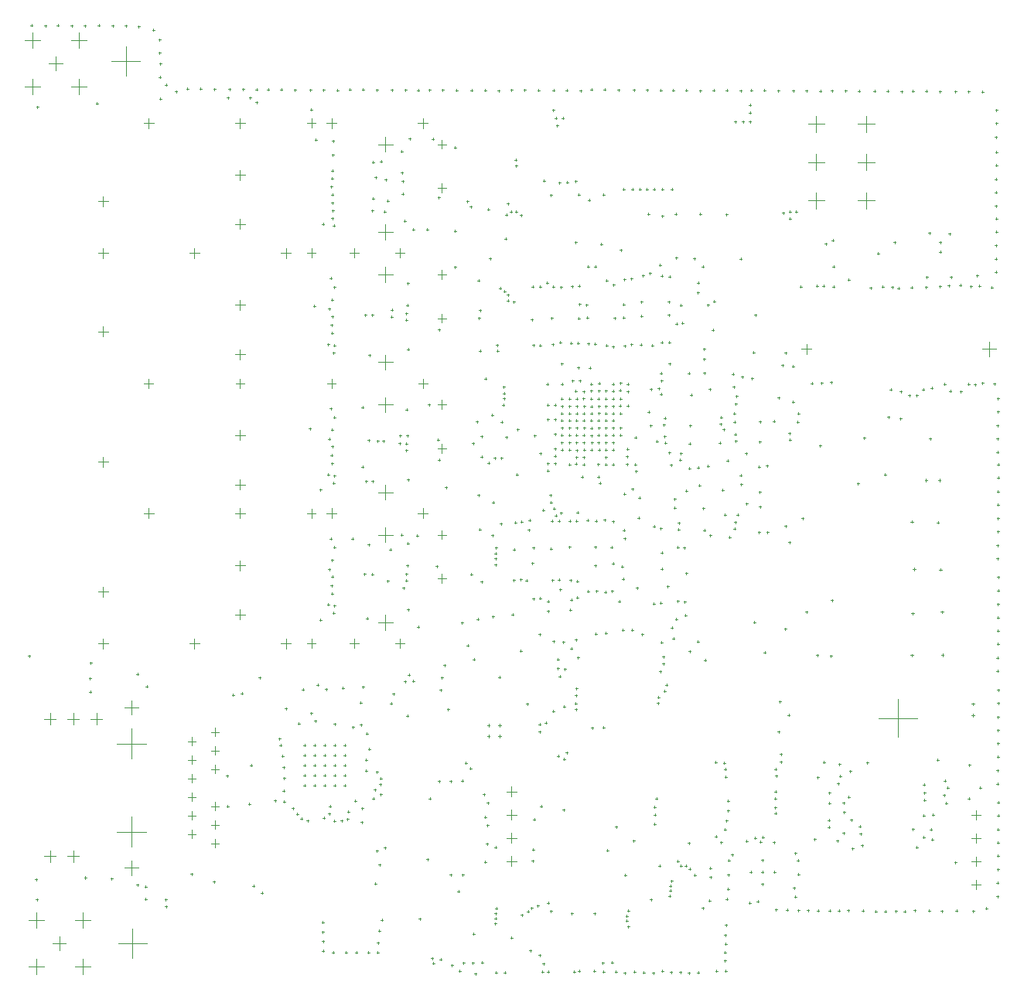
<source format=gbr>
G04*
G04 #@! TF.GenerationSoftware,Altium Limited,Altium Designer,24.2.2 (26)*
G04*
G04 Layer_Color=128*
%FSLAX25Y25*%
%MOIN*%
G70*
G04*
G04 #@! TF.SameCoordinates,383E0004-DF84-4F77-A050-2B2E5B934949*
G04*
G04*
G04 #@! TF.FilePolarity,Positive*
G04*
G01*
G75*
%ADD242C,0.00200*%
D242*
X130413Y-32283D02*
X136516D01*
X133465Y-35335D02*
Y-29232D01*
X130413Y-70079D02*
X136516D01*
X133465Y-73130D02*
Y-67027D01*
X-22008Y12568D02*
X-15315D01*
X-18661Y9221D02*
Y15914D01*
X-11614Y2568D02*
X-5709D01*
X-8661Y-385D02*
Y5520D01*
X-22008Y-7432D02*
X-15315D01*
X-18661Y-10779D02*
Y-4086D01*
X-2008Y-7432D02*
X4685D01*
X1339Y-10779D02*
Y-4086D01*
X-2008Y12568D02*
X4685D01*
X1339Y9221D02*
Y15914D01*
X17579Y-290634D02*
X30374D01*
X23976Y-297032D02*
Y-284236D01*
X17579Y-328634D02*
X30374D01*
X23976Y-335032D02*
Y-322236D01*
X6476Y-280034D02*
X11476D01*
X8976Y-282534D02*
Y-277534D01*
X-13524Y-280034D02*
X-8524D01*
X-11024Y-282534D02*
Y-277534D01*
X-3524Y-280034D02*
X1476D01*
X-1024Y-282534D02*
Y-277534D01*
X-3524Y-339234D02*
X1476D01*
X-1024Y-341734D02*
Y-336734D01*
X-13524Y-339234D02*
X-8524D01*
X-11024Y-341734D02*
Y-336734D01*
X20886Y-275034D02*
X27067D01*
X23976Y-278125D02*
Y-271943D01*
X20886Y-344234D02*
X27067D01*
X23976Y-347325D02*
Y-341143D01*
X58224Y-333634D02*
X61728D01*
X59976Y-335386D02*
Y-331882D01*
X48224Y-329634D02*
X51728D01*
X49976Y-331386D02*
Y-327882D01*
X58224Y-325634D02*
X61728D01*
X59976Y-327386D02*
Y-323882D01*
X58224Y-317634D02*
X61728D01*
X59976Y-319386D02*
Y-315882D01*
X58224Y-293634D02*
X61728D01*
X59976Y-295386D02*
Y-291882D01*
X58224Y-285634D02*
X61728D01*
X59976Y-287386D02*
Y-283882D01*
X48224Y-321634D02*
X51728D01*
X49976Y-323386D02*
Y-319882D01*
X48224Y-313634D02*
X51728D01*
X49976Y-315386D02*
Y-311882D01*
X48224Y-305634D02*
X51728D01*
X49976Y-307386D02*
Y-303882D01*
X48224Y-297634D02*
X51728D01*
X49976Y-299386D02*
Y-295882D01*
X48224Y-289634D02*
X51728D01*
X49976Y-291386D02*
Y-287882D01*
X58224Y-301634D02*
X61728D01*
X59976Y-303386D02*
Y-299882D01*
X68701Y-213779D02*
X73032D01*
X70866Y-215945D02*
Y-211614D01*
X68701Y-157677D02*
X73032D01*
X70866Y-159842D02*
Y-155512D01*
X68701Y-101575D02*
X73032D01*
X70866Y-103740D02*
Y-99409D01*
X68701Y-45472D02*
X73032D01*
X70866Y-47638D02*
Y-43307D01*
X68701Y-235039D02*
X73032D01*
X70866Y-237205D02*
Y-232874D01*
X9646Y-225197D02*
X13976D01*
X11811Y-227362D02*
Y-223031D01*
X68701Y-178937D02*
X73032D01*
X70866Y-181102D02*
Y-176772D01*
X9646Y-169094D02*
X13976D01*
X11811Y-171260D02*
Y-166929D01*
X68701Y-122835D02*
X73032D01*
X70866Y-125000D02*
Y-120669D01*
X9646Y-112992D02*
X13976D01*
X11811Y-115157D02*
Y-110827D01*
X68701Y-66732D02*
X73032D01*
X70866Y-68898D02*
Y-64567D01*
X9646Y-56890D02*
X13976D01*
X11811Y-59055D02*
Y-54724D01*
X137795Y-247520D02*
X141732D01*
X139764Y-249488D02*
Y-245551D01*
X118110Y-247520D02*
X122047D01*
X120079Y-249488D02*
Y-245551D01*
X147638Y-135315D02*
X151575D01*
X149606Y-137283D02*
Y-133346D01*
X137795Y-79212D02*
X141732D01*
X139764Y-81181D02*
Y-77244D01*
X118110Y-79212D02*
X122047D01*
X120079Y-81181D02*
Y-77244D01*
X108268Y-135315D02*
X112205D01*
X110236Y-137283D02*
Y-133346D01*
X29528Y-135315D02*
X33465D01*
X31496Y-137283D02*
Y-133346D01*
X68898Y-135315D02*
X72835D01*
X70866Y-137283D02*
Y-133346D01*
X155905Y-219488D02*
X159843D01*
X157874Y-221457D02*
Y-217520D01*
X155905Y-200590D02*
X159843D01*
X157874Y-202559D02*
Y-198622D01*
X155905Y-163386D02*
X159843D01*
X157874Y-165354D02*
Y-161417D01*
X155905Y-144488D02*
X159843D01*
X157874Y-146457D02*
Y-142520D01*
X155905Y-107283D02*
X159843D01*
X157874Y-109252D02*
Y-105315D01*
X155905Y-88386D02*
X159843D01*
X157874Y-90354D02*
Y-86417D01*
X155905Y-51181D02*
X159843D01*
X157874Y-53149D02*
Y-49213D01*
X155905Y-32283D02*
X159843D01*
X157874Y-34252D02*
Y-30315D01*
X99606Y-247520D02*
X103543D01*
X101575Y-249488D02*
Y-245551D01*
X99606Y-191417D02*
X103543D01*
X101575Y-193386D02*
Y-189449D01*
X99606Y-79212D02*
X103543D01*
X101575Y-81181D02*
Y-77244D01*
X99606Y-23110D02*
X103543D01*
X101575Y-25079D02*
Y-21142D01*
X29331Y-191417D02*
X33661D01*
X31496Y-193583D02*
Y-189252D01*
X88386Y-247520D02*
X92716D01*
X90551Y-249685D02*
Y-245354D01*
X49016Y-247520D02*
X53347D01*
X51181Y-249685D02*
Y-245354D01*
X9646Y-247520D02*
X13976D01*
X11811Y-249685D02*
Y-245354D01*
X88386Y-79212D02*
X92716D01*
X90551Y-81378D02*
Y-77047D01*
X49016Y-79212D02*
X53347D01*
X51181Y-81378D02*
Y-77047D01*
X9646Y-79212D02*
X13976D01*
X11811Y-81378D02*
Y-77047D01*
X130217Y-200590D02*
X136713D01*
X133465Y-203838D02*
Y-197343D01*
X130217Y-238386D02*
X136713D01*
X133465Y-241634D02*
Y-235138D01*
X68701Y-191417D02*
X73032D01*
X70866Y-193583D02*
Y-189252D01*
X130315Y-144488D02*
X136614D01*
X133465Y-147638D02*
Y-141339D01*
X130217Y-182283D02*
X136713D01*
X133465Y-185531D02*
Y-179035D01*
X147441Y-191417D02*
X151772D01*
X149606Y-193583D02*
Y-189252D01*
X108071Y-191417D02*
X112402D01*
X110236Y-193583D02*
Y-189252D01*
X130217Y-88386D02*
X136713D01*
X133465Y-91634D02*
Y-85138D01*
X130217Y-126181D02*
X136713D01*
X133465Y-129429D02*
Y-122933D01*
X108071Y-23110D02*
X112402D01*
X110236Y-25275D02*
Y-20945D01*
X147441Y-23110D02*
X151772D01*
X149606Y-25275D02*
Y-20945D01*
X68701Y-23110D02*
X73032D01*
X70866Y-25275D02*
Y-20945D01*
X29331Y-23110D02*
X33661D01*
X31496Y-25275D02*
Y-20945D01*
X130217Y-32283D02*
X136713D01*
X133465Y-35531D02*
Y-29035D01*
X130217Y-70079D02*
X136713D01*
X133465Y-73327D02*
Y-66831D01*
X-20433Y-366772D02*
X-13740D01*
X-17087Y-370118D02*
Y-363425D01*
X-10039Y-376772D02*
X-4134D01*
X-7087Y-379724D02*
Y-373819D01*
X-20433Y-386772D02*
X-13740D01*
X-17087Y-390118D02*
Y-383425D01*
X-433Y-386772D02*
X6260D01*
X2913Y-390118D02*
Y-383425D01*
X-433Y-366772D02*
X6260D01*
X2913Y-370118D02*
Y-363425D01*
X346063Y-279633D02*
X362598D01*
X354331Y-287901D02*
Y-271365D01*
X312795Y-120480D02*
X317126D01*
X314961Y-122645D02*
Y-118314D01*
X390551Y-120480D02*
X396850D01*
X393701Y-123629D02*
Y-117330D01*
X130413Y-238386D02*
X136516D01*
X133465Y-241437D02*
Y-235335D01*
X130413Y-200590D02*
X136516D01*
X133465Y-203642D02*
Y-197539D01*
X130413Y-144488D02*
X136516D01*
X133465Y-147539D02*
Y-141437D01*
X130413Y-182283D02*
X136516D01*
X133465Y-185335D02*
Y-179232D01*
X130360Y-126181D02*
X136462D01*
X133411Y-129232D02*
Y-123130D01*
X130360Y-88386D02*
X136462D01*
X133411Y-91437D02*
Y-85335D01*
X15350Y3543D02*
X27870D01*
X21610Y-2716D02*
Y9803D01*
X337210Y-23476D02*
X344297D01*
X340754Y-27019D02*
Y-19932D01*
X337210Y-40011D02*
X344297D01*
X340754Y-43555D02*
Y-36468D01*
X337210Y-56547D02*
X344297D01*
X340754Y-60090D02*
Y-53003D01*
X315557Y-23476D02*
X322643D01*
X319100Y-27019D02*
Y-19932D01*
X315557Y-40011D02*
X322643D01*
X319100Y-43555D02*
Y-36468D01*
X315557Y-56547D02*
X322643D01*
X319100Y-60090D02*
Y-53003D01*
X386181Y-351496D02*
X390197D01*
X388189Y-353504D02*
Y-349488D01*
X386181Y-341496D02*
X390197D01*
X388189Y-343504D02*
Y-339488D01*
X386181Y-331496D02*
X390197D01*
X388189Y-333504D02*
Y-329488D01*
X386181Y-321496D02*
X390197D01*
X388189Y-323504D02*
Y-319488D01*
X185689Y-341319D02*
X190020D01*
X187855Y-343484D02*
Y-339154D01*
X185689Y-331319D02*
X190020D01*
X187855Y-333485D02*
Y-329154D01*
X185689Y-311319D02*
X190020D01*
X187855Y-313485D02*
Y-309154D01*
X185689Y-321319D02*
X190020D01*
X187855Y-323484D02*
Y-319154D01*
X18289Y-376772D02*
X30808D01*
X24548Y-383032D02*
Y-370512D01*
X241006Y-173217D02*
X242006D01*
X241506Y-173717D02*
Y-172717D01*
X184146Y-141846D02*
X185146D01*
X184646Y-142346D02*
Y-141346D01*
X240673Y-170400D02*
X241673D01*
X241173Y-170900D02*
Y-169900D01*
X184146Y-139746D02*
X185146D01*
X184646Y-140246D02*
Y-139246D01*
X189551Y-174647D02*
X190551D01*
X190051Y-175147D02*
Y-174147D01*
X206153Y-144595D02*
X207154D01*
X206653Y-145095D02*
Y-144095D01*
X255767Y-354027D02*
X256767D01*
X256266Y-354527D02*
Y-353527D01*
X202969Y-144595D02*
X203969D01*
X203469Y-145095D02*
Y-144095D01*
X255767Y-351927D02*
X256767D01*
X256266Y-352427D02*
Y-351427D01*
X168388Y-248382D02*
X169388D01*
X168888Y-248882D02*
Y-247882D01*
X225103Y-135255D02*
X226103D01*
X225603Y-135755D02*
Y-134755D01*
X187122Y-61340D02*
X188122D01*
X187622Y-61840D02*
Y-60840D01*
X224899Y-138502D02*
X225899D01*
X225399Y-139002D02*
Y-138002D01*
X189222Y-61340D02*
X190222D01*
X189722Y-61840D02*
Y-60840D01*
X188297Y-100090D02*
X189297D01*
X188797Y-100590D02*
Y-99590D01*
X159193Y-180236D02*
X160193D01*
X159693Y-180736D02*
Y-179736D01*
X206405Y-192267D02*
X207405D01*
X206905Y-192767D02*
Y-191767D01*
X195128Y-194368D02*
X196128D01*
X195628Y-194868D02*
Y-193868D01*
X169916Y-217717D02*
X170916D01*
X170416Y-218216D02*
Y-217216D01*
X171175Y-254346D02*
X172175D01*
X171675Y-254846D02*
Y-253846D01*
X187802Y-235030D02*
X188802D01*
X188302Y-235530D02*
Y-234530D01*
X179286Y-235760D02*
X180286D01*
X179786Y-236260D02*
Y-235260D01*
X173214Y-183532D02*
X174214D01*
X173714Y-184032D02*
Y-183032D01*
X177410Y-169728D02*
X178410D01*
X177910Y-170228D02*
Y-169228D01*
X173735Y-121302D02*
X174735D01*
X174235Y-121802D02*
Y-120802D01*
X173734Y-103803D02*
X174734D01*
X174234Y-104303D02*
Y-103303D01*
X181054Y-118863D02*
X182054D01*
X181554Y-119363D02*
Y-118363D01*
X162921Y-69655D02*
X163921D01*
X163421Y-70155D02*
Y-69155D01*
X169832Y-59153D02*
X170832D01*
X170332Y-59654D02*
Y-58653D01*
X177380Y-60313D02*
X178379D01*
X177880Y-60813D02*
Y-59813D01*
X184729Y-73027D02*
X185729D01*
X185229Y-73527D02*
Y-72527D01*
X201018Y-189949D02*
X202018D01*
X201518Y-190449D02*
Y-189449D01*
X29658Y-352314D02*
X30658D01*
X30158Y-352814D02*
Y-351814D01*
X26101Y-260612D02*
X27101D01*
X26601Y-261112D02*
Y-260112D01*
X30073Y-266050D02*
X31073D01*
X30573Y-266550D02*
Y-265550D01*
X3551Y-348368D02*
X4751D01*
X4151Y-348968D02*
Y-347768D01*
X386211Y-273535D02*
X387411D01*
X386811Y-274135D02*
Y-272935D01*
X386211Y-278389D02*
X387411D01*
X386811Y-278989D02*
Y-277788D01*
X371644Y-177050D02*
X372844D01*
X372244Y-177650D02*
Y-176450D01*
X365935Y-177107D02*
X367136D01*
X366535Y-177707D02*
Y-176507D01*
X372982Y-252489D02*
X374182D01*
X373582Y-253089D02*
Y-251889D01*
X359779Y-252543D02*
X360979D01*
X360379Y-253143D02*
Y-251943D01*
X372712Y-233877D02*
X373912D01*
X373312Y-234477D02*
Y-233277D01*
X360110Y-234585D02*
X361310D01*
X360710Y-235185D02*
Y-233985D01*
X372147Y-215652D02*
X373347D01*
X372747Y-216252D02*
Y-215052D01*
X360704Y-215411D02*
X361905D01*
X361304Y-216011D02*
Y-214811D01*
X370987Y-195314D02*
X372187D01*
X371587Y-195914D02*
Y-194714D01*
X359824Y-194965D02*
X361024D01*
X360424Y-195565D02*
Y-194365D01*
X189288Y-41483D02*
X190288D01*
X189788Y-41983D02*
Y-40983D01*
X185718Y-57766D02*
X186718D01*
X186218Y-58266D02*
Y-57266D01*
X156781Y-267464D02*
X157781D01*
X157281Y-267964D02*
Y-266964D01*
X158544Y-256866D02*
X159544D01*
X159044Y-257366D02*
Y-256366D01*
X157246Y-262194D02*
X158246D01*
X157746Y-262694D02*
Y-261694D01*
X182728Y-195783D02*
X183728D01*
X183228Y-196283D02*
Y-195283D01*
X173344Y-107094D02*
X174344D01*
X173844Y-107594D02*
Y-106594D01*
X140720Y-223425D02*
X141720D01*
X141220Y-223925D02*
Y-222925D01*
X223234Y-118314D02*
X224234D01*
X223734Y-118814D02*
Y-117814D01*
X220401Y-118136D02*
X221401D01*
X220901Y-118636D02*
Y-117636D01*
X215952Y-117930D02*
X216952D01*
X216452Y-118430D02*
Y-117430D01*
X212991Y-118004D02*
X213991D01*
X213491Y-118504D02*
Y-117504D01*
X208247Y-117684D02*
X209247D01*
X208747Y-118184D02*
Y-117184D01*
X178973Y-149071D02*
X179973D01*
X179473Y-149571D02*
Y-148571D01*
X242485Y-184644D02*
X243485D01*
X242986Y-185144D02*
Y-184144D01*
X255481Y-126916D02*
X256481D01*
X255981Y-127416D02*
Y-126416D01*
X162921Y-33675D02*
X163921D01*
X163421Y-34175D02*
Y-33175D01*
X305292Y-241157D02*
X306292D01*
X305792Y-241657D02*
Y-240657D01*
X252331Y-63090D02*
X253331D01*
X252831Y-63591D02*
Y-62590D01*
X220853Y-56275D02*
X221853D01*
X221354Y-56775D02*
Y-55775D01*
X168356Y-56845D02*
X169356D01*
X168856Y-57345D02*
Y-56345D01*
X173214Y-91055D02*
X174214D01*
X173714Y-91555D02*
Y-90555D01*
X181379Y-121260D02*
X182379D01*
X181879Y-121760D02*
Y-120760D01*
X176097Y-133412D02*
X177097D01*
X176597Y-133912D02*
Y-132912D01*
X179441Y-186685D02*
X180441D01*
X179941Y-187185D02*
Y-186185D01*
X179103Y-200874D02*
X180103D01*
X179603Y-201374D02*
Y-200374D01*
X172860Y-236990D02*
X173860D01*
X173360Y-237490D02*
Y-236490D01*
X176784Y-333782D02*
X177784D01*
X177284Y-334281D02*
Y-333281D01*
X233863Y-229389D02*
X234863D01*
X234363Y-229889D02*
Y-228889D01*
X221781Y-148290D02*
X222781D01*
X222281Y-148790D02*
Y-147790D01*
X320366Y-162133D02*
X321366D01*
X320866Y-162633D02*
Y-161633D01*
X336691Y-178457D02*
X337691D01*
X337191Y-178957D02*
Y-177957D01*
X308667Y-143261D02*
X309667D01*
X309167Y-143761D02*
Y-142761D01*
X318041Y-331860D02*
X319041D01*
X318541Y-332361D02*
Y-331361D01*
X209986Y-274740D02*
X210986D01*
X210487Y-275240D02*
Y-274240D01*
X340626Y-298913D02*
X341626D01*
X341126Y-299413D02*
Y-298413D01*
X325463Y-228758D02*
X326463D01*
X325963Y-229258D02*
Y-228258D01*
X166035Y-238559D02*
X167035D01*
X166535Y-239059D02*
Y-238059D01*
X173604Y-198320D02*
X174604D01*
X174104Y-198820D02*
Y-197820D01*
X374072Y-306742D02*
X375072D01*
X374572Y-307242D02*
Y-306242D01*
X337787Y-329525D02*
X338787D01*
X338287Y-330025D02*
Y-329025D01*
X64884Y-317634D02*
X65884D01*
X65384Y-318134D02*
Y-317134D01*
X74282Y-316630D02*
X75282D01*
X74782Y-317130D02*
Y-316130D01*
X176901Y-325781D02*
X177901D01*
X177401Y-326281D02*
Y-325281D01*
X177185Y-316248D02*
X178185D01*
X177685Y-316748D02*
Y-315748D01*
X156115Y-306910D02*
X157115D01*
X156615Y-307410D02*
Y-306410D01*
X161148Y-347208D02*
X162148D01*
X161648Y-347708D02*
Y-346708D01*
X143111Y-260956D02*
X144111D01*
X143611Y-261455D02*
Y-260455D01*
X141419Y-263854D02*
X142419D01*
X141919Y-264354D02*
Y-263354D01*
X145027Y-263637D02*
X146027D01*
X145527Y-264137D02*
Y-263137D01*
X129233Y-336806D02*
X130233D01*
X129733Y-337306D02*
Y-336306D01*
X-20539Y-252756D02*
X-19539D01*
X-20039Y-253256D02*
Y-252256D01*
X372138Y-78730D02*
X373138D01*
X372638Y-79230D02*
Y-78230D01*
X372138Y-74472D02*
X373138D01*
X372638Y-74972D02*
Y-73972D01*
X352453Y-74472D02*
X353453D01*
X352953Y-74972D02*
Y-73972D01*
X326118Y-85002D02*
X327118D01*
X326618Y-85502D02*
Y-84502D01*
X325878Y-73681D02*
X326878D01*
X326378Y-74181D02*
Y-73181D01*
X204272Y-54134D02*
X205272D01*
X204772Y-54634D02*
Y-53634D01*
X216271Y-54080D02*
X217271D01*
X216771Y-54580D02*
Y-53580D01*
X226976Y-54080D02*
X227976D01*
X227476Y-54580D02*
Y-53580D01*
X279919Y-62501D02*
X280919D01*
X280419Y-63001D02*
Y-62001D01*
X268658Y-62303D02*
X269658D01*
X269158Y-62803D02*
Y-61803D01*
X246244Y-62401D02*
X247244D01*
X246744Y-62902D02*
Y-61901D01*
X258159Y-62401D02*
X259159D01*
X258659Y-62902D02*
Y-61901D01*
X227933Y-167160D02*
X228932D01*
X228432Y-167660D02*
Y-166660D01*
X227933Y-170310D02*
X228932D01*
X228432Y-170810D02*
Y-169810D01*
X180402Y-210841D02*
X181402D01*
X180902Y-211341D02*
Y-210341D01*
X180402Y-208741D02*
X181402D01*
X180902Y-209241D02*
Y-208241D01*
X235933Y-183051D02*
X236933D01*
X236434Y-183551D02*
Y-182551D01*
X240865Y-158716D02*
X241865D01*
X241365Y-159216D02*
Y-158216D01*
X214910Y-138626D02*
X215910D01*
X215410Y-139126D02*
Y-138126D01*
X213631Y-134176D02*
X214631D01*
X214131Y-134676D02*
Y-133676D01*
X216800Y-134176D02*
X217800D01*
X217300Y-134676D02*
Y-133676D01*
X218400Y-138763D02*
X219400D01*
X218900Y-139263D02*
Y-138263D01*
X234159Y-138296D02*
X235159D01*
X234659Y-138796D02*
Y-137796D01*
X234283Y-135088D02*
X235283D01*
X234783Y-135588D02*
Y-134588D01*
X231078Y-138607D02*
X232078D01*
X231578Y-139107D02*
Y-138107D01*
X185795Y-99674D02*
X186795D01*
X186295Y-100174D02*
Y-99174D01*
X281265Y-201638D02*
X282265D01*
X281766Y-202138D02*
Y-201138D01*
X272920Y-200813D02*
X273920D01*
X273420Y-201313D02*
Y-200313D01*
X255335Y-165130D02*
X256335D01*
X255835Y-165630D02*
Y-164630D01*
X256181Y-170511D02*
X257181D01*
X256681Y-171011D02*
Y-170011D01*
X191601Y-195079D02*
X192601D01*
X192101Y-195579D02*
Y-194579D01*
X79875Y-354934D02*
X80875D01*
X80375Y-355434D02*
Y-354434D01*
X189941Y-155205D02*
X190941D01*
X190441Y-155705D02*
Y-154705D01*
X302522Y-141540D02*
X303522D01*
X303022Y-142040D02*
Y-141040D01*
X304119Y-127467D02*
X305119D01*
X304619Y-127967D02*
Y-126967D01*
X227933Y-138452D02*
X228932D01*
X228432Y-138952D02*
Y-137952D01*
X221550Y-138452D02*
X222550D01*
X222050Y-138952D02*
Y-137952D01*
X221706Y-141935D02*
X222706D01*
X222206Y-142435D02*
Y-141435D01*
X250757Y-137546D02*
X251757D01*
X251257Y-138046D02*
Y-137046D01*
X196739Y-118776D02*
X197739D01*
X197239Y-119276D02*
Y-118276D01*
X199714Y-118928D02*
X200714D01*
X200214Y-119428D02*
Y-118428D01*
X247904Y-118924D02*
X248904D01*
X248404Y-119424D02*
Y-118424D01*
X208965Y-126876D02*
X209965D01*
X209465Y-127376D02*
Y-126376D01*
X224703Y-170170D02*
X225703D01*
X225203Y-170670D02*
Y-169670D01*
X224744Y-175651D02*
X225744D01*
X225244Y-176151D02*
Y-175151D01*
X225395Y-178345D02*
X226395D01*
X225895Y-178845D02*
Y-177845D01*
X197269Y-157802D02*
X198269D01*
X197769Y-158302D02*
Y-157302D01*
X199877Y-165477D02*
X200877D01*
X200377Y-165977D02*
Y-164977D01*
X216677Y-101126D02*
X217677D01*
X217177Y-101626D02*
Y-100626D01*
X219630Y-101512D02*
X220630D01*
X220129Y-102012D02*
Y-101012D01*
X184256Y-95666D02*
X185256D01*
X184756Y-96166D02*
Y-95166D01*
X185741Y-97151D02*
X186741D01*
X186241Y-97651D02*
Y-96651D01*
X142539Y-278676D02*
X143539D01*
X143039Y-279175D02*
Y-278175D01*
X135393Y-273294D02*
X136393D01*
X135893Y-273794D02*
Y-272794D01*
X136432Y-269107D02*
X137432D01*
X136932Y-269607D02*
Y-268607D01*
X251266Y-84316D02*
X252266D01*
X251766Y-84816D02*
Y-83816D01*
X269863Y-84990D02*
X270863D01*
X270363Y-85490D02*
Y-84490D01*
X234413Y-77796D02*
X235413D01*
X234912Y-78296D02*
Y-77296D01*
X128568Y-351010D02*
X129568D01*
X129068Y-351510D02*
Y-350510D01*
X130434Y-342844D02*
X131434D01*
X130934Y-343344D02*
Y-342344D01*
X367807Y-159232D02*
X368807D01*
X368307Y-159732D02*
Y-158732D01*
X376075Y-70802D02*
X377075D01*
X376575Y-71302D02*
Y-70302D01*
X367413Y-70586D02*
X368413D01*
X367913Y-71086D02*
Y-70086D01*
X332681Y-90739D02*
X333681D01*
X333180Y-91239D02*
Y-90239D01*
X322752Y-75157D02*
X323752D01*
X323252Y-75657D02*
Y-74657D01*
X387886Y-88844D02*
X388886D01*
X388386Y-89344D02*
Y-88344D01*
X314437Y-233877D02*
X315437D01*
X314937Y-234377D02*
Y-233377D01*
X291963Y-238345D02*
X292963D01*
X292463Y-238845D02*
Y-237845D01*
X5856Y-268389D02*
X6856D01*
X6356Y-268889D02*
Y-267889D01*
X5661Y-262482D02*
X6661D01*
X6161Y-262982D02*
Y-261982D01*
X5986Y-255906D02*
X6986D01*
X6486Y-256405D02*
Y-255405D01*
X42752Y-9479D02*
X43752D01*
X43252Y-9979D02*
Y-8979D01*
X35946Y-12681D02*
X36946D01*
X36446Y-13181D02*
Y-12181D01*
X100902Y-17382D02*
X101902D01*
X101402Y-17882D02*
Y-16882D01*
X77528Y-14173D02*
X78528D01*
X78028Y-14673D02*
Y-13673D01*
X65073Y-12205D02*
X66073D01*
X65573Y-12705D02*
Y-11705D01*
X74598Y-12205D02*
X75598D01*
X75098Y-12705D02*
Y-11705D01*
X8610Y-14705D02*
X9610D01*
X9110Y-15205D02*
Y-14205D01*
X-17035Y-16142D02*
X-16035D01*
X-16535Y-16642D02*
Y-15642D01*
X376862Y-89520D02*
X377862D01*
X377362Y-90020D02*
Y-89020D01*
X366280Y-89520D02*
X367280D01*
X366780Y-90020D02*
Y-89020D01*
X345366Y-79266D02*
X346366D01*
X345866Y-79766D02*
Y-78766D01*
X266131Y-81563D02*
X267131D01*
X266631Y-82063D02*
Y-81063D01*
X258309Y-81146D02*
X259309D01*
X258809Y-81646D02*
Y-80646D01*
X225943Y-75356D02*
X226943D01*
X226443Y-75856D02*
Y-74856D01*
X214994Y-74440D02*
X215994D01*
X215494Y-74940D02*
Y-73940D01*
X76052Y-351921D02*
X77052D01*
X76552Y-352420D02*
Y-351420D01*
X14934Y-348830D02*
X15934D01*
X15434Y-349330D02*
Y-348330D01*
X26101Y-351561D02*
X27101D01*
X26601Y-352061D02*
Y-351061D01*
X49476Y-346806D02*
X50476D01*
X49976Y-347306D02*
Y-346306D01*
X59215Y-350141D02*
X60215D01*
X59715Y-350641D02*
Y-349640D01*
X29618Y-357667D02*
X30618D01*
X30118Y-358168D02*
Y-357168D01*
X38436Y-360877D02*
X39436D01*
X38936Y-361377D02*
Y-360377D01*
X38255Y-357807D02*
X39255D01*
X38755Y-358307D02*
Y-357307D01*
X-17211Y-357826D02*
X-16211D01*
X-16711Y-358326D02*
Y-357326D01*
X-17587Y-349165D02*
X-16587D01*
X-17087Y-349665D02*
Y-348665D01*
X262336Y-235354D02*
X263336D01*
X262836Y-235854D02*
Y-234854D01*
X258375Y-237054D02*
X259375D01*
X258875Y-237554D02*
Y-236554D01*
X130946Y-312545D02*
X131946D01*
X131446Y-313045D02*
Y-312045D01*
X128396Y-310478D02*
X129396D01*
X128896Y-310978D02*
Y-309978D01*
X131009Y-305638D02*
X132009D01*
X131509Y-306137D02*
Y-305137D01*
X130736Y-308250D02*
X131737D01*
X131237Y-308751D02*
Y-307751D01*
X126012Y-292923D02*
X127012D01*
X126512Y-293423D02*
Y-292423D01*
X178149Y-81519D02*
X179149D01*
X178649Y-82019D02*
Y-81019D01*
X64807Y-304548D02*
X65807D01*
X65307Y-305048D02*
Y-304048D01*
X75078Y-299949D02*
X76078D01*
X75578Y-300449D02*
Y-299449D01*
X89114Y-300833D02*
X90114D01*
X89614Y-301333D02*
Y-300333D01*
X88642Y-296046D02*
X89641D01*
X89141Y-296546D02*
Y-295546D01*
X87837Y-291266D02*
X88837D01*
X88337Y-291766D02*
Y-290766D01*
X349780Y-149867D02*
X350780D01*
X350280Y-150367D02*
Y-149367D01*
X354914Y-150559D02*
X355914D01*
X355414Y-151059D02*
Y-150059D01*
X380799Y-92960D02*
X381799D01*
X381299Y-93460D02*
Y-92460D01*
X375878Y-93209D02*
X376878D01*
X376378Y-93709D02*
Y-92709D01*
X389040Y-93354D02*
X390040D01*
X389540Y-93854D02*
Y-92854D01*
X321882Y-93416D02*
X322882D01*
X322382Y-93916D02*
Y-92916D01*
X385298Y-93571D02*
X386298D01*
X385798Y-94071D02*
Y-93071D01*
X372034Y-93571D02*
X373034D01*
X372534Y-94071D02*
Y-93071D01*
X326118Y-93602D02*
X327118D01*
X326618Y-94102D02*
Y-93102D01*
X347298Y-93664D02*
X348298D01*
X347798Y-94164D02*
Y-93164D01*
X366036Y-93787D02*
X367036D01*
X366535Y-94287D02*
Y-93287D01*
X351385Y-93792D02*
X352385D01*
X351885Y-94292D02*
Y-93292D01*
X394283Y-93948D02*
X395283D01*
X394783Y-94448D02*
Y-93448D01*
X359759Y-93973D02*
X360759D01*
X360259Y-94473D02*
Y-93473D01*
X342196Y-94189D02*
X343197D01*
X342696Y-94689D02*
Y-93689D01*
X354131Y-94282D02*
X355131D01*
X354631Y-94782D02*
Y-93782D01*
X325072Y-134842D02*
X326072D01*
X325572Y-135342D02*
Y-134342D01*
X390248Y-135220D02*
X391248D01*
X390748Y-135720D02*
Y-134720D01*
X320918Y-135220D02*
X321918D01*
X321418Y-135720D02*
Y-134720D01*
X384343Y-135603D02*
X385343D01*
X384842Y-136103D02*
Y-135103D01*
X373909Y-135603D02*
X374909D01*
X374410Y-136103D02*
Y-135103D01*
X387123Y-135776D02*
X388123D01*
X387623Y-136276D02*
Y-135276D01*
X368465Y-137396D02*
X369465D01*
X368965Y-137896D02*
Y-136896D01*
X364854Y-138038D02*
X365854D01*
X365354Y-138538D02*
Y-137538D01*
X350878Y-138038D02*
X351878D01*
X351378Y-138538D02*
Y-137538D01*
X376405Y-138622D02*
X377405D01*
X376905Y-139122D02*
Y-138122D01*
X355054Y-138875D02*
X356054D01*
X355554Y-139375D02*
Y-138375D01*
X380999Y-138906D02*
X381999D01*
X381499Y-139406D02*
Y-138406D01*
X362012Y-140543D02*
X363012D01*
X362511Y-141043D02*
Y-140043D01*
X358752Y-140543D02*
X359752D01*
X359252Y-141043D02*
Y-140043D01*
X319007Y-93416D02*
X320007D01*
X319507Y-93916D02*
Y-92916D01*
X316823Y-135295D02*
X317823D01*
X317323Y-135795D02*
Y-134795D01*
X101026Y-277537D02*
X102026D01*
X101526Y-278037D02*
Y-277037D01*
X98147Y-291384D02*
X99147D01*
X98647Y-291884D02*
Y-290884D01*
X98147Y-295715D02*
X99147D01*
X98647Y-296215D02*
Y-295215D01*
X98147Y-300045D02*
X99147D01*
X98647Y-300545D02*
Y-299545D01*
X98147Y-304376D02*
X99147D01*
X98647Y-304876D02*
Y-303876D01*
X98147Y-308707D02*
X99147D01*
X98647Y-309207D02*
Y-308207D01*
X102477Y-291384D02*
X103477D01*
X102977Y-291884D02*
Y-290884D01*
X102477Y-295715D02*
X103477D01*
X102977Y-296215D02*
Y-295215D01*
X102477Y-300045D02*
X103477D01*
X102977Y-300545D02*
Y-299545D01*
X102477Y-304376D02*
X103477D01*
X102977Y-304876D02*
Y-303876D01*
X102477Y-308707D02*
X103477D01*
X102977Y-309207D02*
Y-308207D01*
X106808Y-291384D02*
X107808D01*
X107308Y-291884D02*
Y-290884D01*
X106808Y-295715D02*
X107808D01*
X107308Y-296215D02*
Y-295215D01*
X106808Y-300045D02*
X107808D01*
X107308Y-300545D02*
Y-299545D01*
X106808Y-304376D02*
X107808D01*
X107308Y-304876D02*
Y-303876D01*
X106808Y-308707D02*
X107808D01*
X107308Y-309207D02*
Y-308207D01*
X111139Y-291384D02*
X112139D01*
X111639Y-291884D02*
Y-290884D01*
X111139Y-295715D02*
X112139D01*
X111639Y-296215D02*
Y-295215D01*
X111139Y-300045D02*
X112139D01*
X111639Y-300545D02*
Y-299545D01*
X111139Y-304376D02*
X112139D01*
X111639Y-304876D02*
Y-303876D01*
X111139Y-308707D02*
X112139D01*
X111639Y-309207D02*
Y-308207D01*
X115470Y-291384D02*
X116470D01*
X115970Y-291884D02*
Y-290884D01*
X115470Y-295715D02*
X116470D01*
X115970Y-296215D02*
Y-295215D01*
X115470Y-300045D02*
X116470D01*
X115970Y-300545D02*
Y-299545D01*
X115470Y-304376D02*
X116470D01*
X115970Y-304876D02*
Y-303876D01*
X115470Y-308707D02*
X116470D01*
X115970Y-309207D02*
Y-308207D01*
X95631Y-281958D02*
X96631D01*
X96131Y-282458D02*
Y-281458D01*
X90068Y-275482D02*
X91068D01*
X90568Y-275982D02*
Y-274982D01*
X97477Y-267359D02*
X98477D01*
X97977Y-267859D02*
Y-266859D01*
X87217Y-288559D02*
X88217D01*
X87717Y-289059D02*
Y-288059D01*
X151214Y-340525D02*
X152214D01*
X151714Y-341025D02*
Y-340025D01*
X166327Y-347155D02*
X167327D01*
X166827Y-347655D02*
Y-346655D01*
X67327Y-269648D02*
X68327D01*
X67827Y-270148D02*
Y-269148D01*
X71063Y-269068D02*
X72063D01*
X71563Y-269568D02*
Y-268568D01*
X175931Y-341691D02*
X176930D01*
X176430Y-342191D02*
Y-341191D01*
X175540Y-312574D02*
X176540D01*
X176040Y-313073D02*
Y-312073D01*
X85537Y-315098D02*
X86537D01*
X86037Y-315598D02*
Y-314598D01*
X166077Y-306741D02*
X167077D01*
X166577Y-307241D02*
Y-306241D01*
X161150Y-306863D02*
X162150D01*
X161650Y-307363D02*
Y-306363D01*
X152183Y-314300D02*
X153183D01*
X152683Y-314800D02*
Y-313800D01*
X175931Y-322342D02*
X176930D01*
X176430Y-322843D02*
Y-321843D01*
X99529Y-323767D02*
X100530D01*
X100030Y-324267D02*
Y-323267D01*
X96850Y-323086D02*
X97850D01*
X97350Y-323586D02*
Y-322586D01*
X94898Y-321003D02*
X95898D01*
X95398Y-321503D02*
Y-320503D01*
X93211Y-318489D02*
X94211D01*
X93711Y-318989D02*
Y-317989D01*
X89318Y-315638D02*
X90318D01*
X89818Y-316139D02*
Y-315139D01*
X89210Y-311074D02*
X90210D01*
X89710Y-311574D02*
Y-310574D01*
X89243Y-305568D02*
X90243D01*
X89743Y-306068D02*
Y-305068D01*
X127791Y-314399D02*
X128791D01*
X128291Y-314898D02*
Y-313898D01*
X114183Y-323767D02*
X115183D01*
X114683Y-324267D02*
Y-323267D01*
X116651Y-323153D02*
X117651D01*
X117151Y-323653D02*
Y-322653D01*
X116957Y-320017D02*
X117957D01*
X117457Y-320517D02*
Y-319517D01*
X122980Y-318518D02*
X123980D01*
X123480Y-319018D02*
Y-318018D01*
X119988Y-315354D02*
X120988D01*
X120488Y-315855D02*
Y-314855D01*
X122845Y-324432D02*
X123845D01*
X123345Y-324932D02*
Y-323932D01*
X132816Y-335560D02*
X133816D01*
X133316Y-336059D02*
Y-335059D01*
X106414Y-322716D02*
X107414D01*
X106914Y-323216D02*
Y-322216D01*
X108777Y-320881D02*
X109777D01*
X109277Y-321380D02*
Y-320380D01*
X109089Y-317654D02*
X110089D01*
X109589Y-318155D02*
Y-317155D01*
X110893Y-324032D02*
X111893D01*
X111393Y-324532D02*
Y-323532D01*
X124921Y-286268D02*
X125921D01*
X125421Y-286769D02*
Y-285769D01*
X118956Y-283540D02*
X119956D01*
X119456Y-284040D02*
Y-283040D01*
X122541Y-282426D02*
X123541D01*
X123041Y-282926D02*
Y-281926D01*
X111196Y-282218D02*
X112196D01*
X111696Y-282718D02*
Y-281718D01*
X102749Y-280854D02*
X103749D01*
X103249Y-281354D02*
Y-280354D01*
X122330Y-272994D02*
X123330D01*
X122830Y-273494D02*
Y-272494D01*
X107475Y-267248D02*
X108475D01*
X107975Y-267748D02*
Y-266748D01*
X114633Y-266706D02*
X115633D01*
X115133Y-267206D02*
Y-266206D01*
X123301Y-266122D02*
X124301D01*
X123801Y-266622D02*
Y-265622D01*
X103855Y-265339D02*
X104855D01*
X104355Y-265839D02*
Y-264839D01*
X129302Y-302801D02*
X130302D01*
X129802Y-303301D02*
Y-302301D01*
X124591Y-302408D02*
X125591D01*
X125091Y-302908D02*
Y-301908D01*
X124587Y-297687D02*
X125587D01*
X125087Y-298187D02*
Y-297187D01*
X78808Y-262172D02*
X79808D01*
X79308Y-262672D02*
Y-261672D01*
X177249Y-282770D02*
X178549D01*
X177899Y-283420D02*
Y-282120D01*
X181974Y-282770D02*
X183273D01*
X182623Y-283420D02*
Y-282120D01*
X181974Y-287494D02*
X183273D01*
X182623Y-288144D02*
Y-286845D01*
X177249Y-287494D02*
X178549D01*
X177899Y-288144D02*
Y-286845D01*
X110695Y-234379D02*
X111695D01*
X111195Y-234879D02*
Y-233879D01*
X133897Y-220462D02*
X134897D01*
X134397Y-220962D02*
Y-219962D01*
X110071Y-218664D02*
X111071D01*
X110571Y-219164D02*
Y-218164D01*
X109719Y-222430D02*
X110719D01*
X110219Y-222931D02*
Y-221931D01*
X109977Y-225944D02*
X110977D01*
X110477Y-226444D02*
Y-225444D01*
X108216Y-230709D02*
X109216D01*
X108716Y-231208D02*
Y-230208D01*
X111008Y-231224D02*
X112008D01*
X111508Y-231723D02*
Y-230724D01*
X142807Y-232874D02*
X143807D01*
X143307Y-233374D02*
Y-232374D01*
X141904Y-220275D02*
X142904D01*
X142404Y-220776D02*
Y-219776D01*
X147209Y-240398D02*
X148209D01*
X147709Y-240898D02*
Y-239898D01*
X105004Y-237306D02*
X106004D01*
X105504Y-237806D02*
Y-236806D01*
X125061Y-236689D02*
X126061D01*
X125561Y-237189D02*
Y-236189D01*
X109977Y-211504D02*
X110977D01*
X110477Y-212004D02*
Y-211004D01*
X100406Y-154800D02*
X101406D01*
X100906Y-155300D02*
Y-154300D01*
X110946Y-206041D02*
X111946D01*
X111446Y-206541D02*
Y-205541D01*
X135192Y-207019D02*
X136192D01*
X135692Y-207519D02*
Y-206519D01*
X125749Y-204892D02*
X126749D01*
X126249Y-205392D02*
Y-204392D01*
X118829Y-202376D02*
X119829D01*
X119329Y-202876D02*
Y-201876D01*
X142556Y-204409D02*
X143556D01*
X143056Y-204909D02*
Y-203909D01*
X146657Y-200946D02*
X147657D01*
X147157Y-201446D02*
Y-200446D01*
X139903Y-200596D02*
X140903D01*
X140403Y-201096D02*
Y-200096D01*
X109386Y-202271D02*
X110386D01*
X109886Y-202771D02*
Y-201771D01*
X142532Y-213905D02*
X143532D01*
X143032Y-214405D02*
Y-213405D01*
X155168Y-214163D02*
X156168D01*
X155668Y-214663D02*
Y-213663D01*
X144972Y-68976D02*
X145972D01*
X145472Y-69476D02*
Y-68476D01*
X150976Y-69041D02*
X151976D01*
X151476Y-69541D02*
Y-68541D01*
X103043Y-30315D02*
X104043D01*
X103543Y-30815D02*
Y-29815D01*
X153422Y-30079D02*
X154422D01*
X153922Y-30579D02*
Y-29579D01*
X143459Y-29823D02*
X144459D01*
X143959Y-30323D02*
Y-29323D01*
X139938Y-35283D02*
X140938D01*
X140438Y-35783D02*
Y-34783D01*
X110249Y-36774D02*
X111249D01*
X110749Y-37274D02*
Y-36274D01*
X110537Y-30866D02*
X111537D01*
X111037Y-31366D02*
Y-30366D01*
X140445Y-48232D02*
X141445D01*
X140945Y-48732D02*
Y-47732D01*
X127649Y-55610D02*
X128649D01*
X128149Y-56110D02*
Y-55110D01*
X156008Y-55173D02*
X157008D01*
X156508Y-55673D02*
Y-54673D01*
X141352Y-65277D02*
X142352D01*
X141852Y-65777D02*
Y-64777D01*
X140445Y-53602D02*
X141445D01*
X140945Y-54102D02*
Y-53102D01*
X140130Y-44574D02*
X141130D01*
X140630Y-45074D02*
Y-44074D01*
X133903Y-56734D02*
X134903D01*
X134403Y-57234D02*
Y-56234D01*
X133126Y-47548D02*
X134126D01*
X133626Y-48048D02*
Y-47048D01*
X132633Y-61417D02*
X133633D01*
X133133Y-61917D02*
Y-60917D01*
X131071Y-39665D02*
X132071D01*
X131571Y-40165D02*
Y-39165D01*
X128831Y-46571D02*
X129831D01*
X129331Y-47071D02*
Y-46071D01*
X127649Y-40045D02*
X128649D01*
X128149Y-40545D02*
Y-39545D01*
X127232Y-60846D02*
X128232D01*
X127732Y-61346D02*
Y-60346D01*
X110142Y-57547D02*
X111142D01*
X110642Y-58047D02*
Y-57047D01*
X109711Y-50479D02*
X110711D01*
X110211Y-50979D02*
Y-49979D01*
X110142Y-43699D02*
X111142D01*
X110642Y-44199D02*
Y-43199D01*
X110178Y-53923D02*
X111178D01*
X110678Y-54423D02*
Y-53423D01*
X110249Y-60776D02*
X111249D01*
X110749Y-61276D02*
Y-60276D01*
X109962Y-47071D02*
X110962D01*
X110462Y-47571D02*
Y-46571D01*
X109386Y-90066D02*
X110386D01*
X109886Y-90566D02*
Y-89566D01*
X123977Y-217520D02*
X124977D01*
X124477Y-218020D02*
Y-217020D01*
X108852Y-215432D02*
X109852D01*
X109352Y-215932D02*
Y-214932D01*
X127354Y-217717D02*
X128354D01*
X127854Y-218216D02*
Y-217216D01*
X141904Y-217437D02*
X142904D01*
X142404Y-217937D02*
Y-216937D01*
X111008Y-175121D02*
X112008D01*
X111508Y-175621D02*
Y-174621D01*
X108216Y-174606D02*
X109216D01*
X108716Y-175106D02*
Y-174106D01*
X127469Y-177451D02*
X128469D01*
X127969Y-177951D02*
Y-176951D01*
X123190Y-171371D02*
X124190D01*
X123690Y-171871D02*
Y-170871D01*
X110695Y-178277D02*
X111695D01*
X111195Y-178777D02*
Y-177777D01*
X142807Y-176772D02*
X143807D01*
X143307Y-177272D02*
Y-176272D01*
X124579Y-177484D02*
X125579D01*
X125079Y-177984D02*
Y-176984D01*
X105004Y-181203D02*
X106004D01*
X105504Y-181703D02*
Y-180703D01*
X110213Y-64152D02*
X111213D01*
X110713Y-64652D02*
Y-63652D01*
X110716Y-67306D02*
X111716D01*
X111216Y-67806D02*
Y-66806D01*
X106106Y-66683D02*
X107106D01*
X106606Y-67183D02*
Y-66183D01*
X110946Y-93837D02*
X111946D01*
X111446Y-94337D02*
Y-93337D01*
X110071Y-106460D02*
X111071D01*
X110571Y-106960D02*
Y-105960D01*
X109977Y-113739D02*
X110977D01*
X110477Y-114239D02*
Y-113239D01*
X109977Y-99299D02*
X110977D01*
X110477Y-99799D02*
Y-98799D01*
X109719Y-110226D02*
X110719D01*
X110219Y-110726D02*
Y-109726D01*
X108216Y-118504D02*
X109216D01*
X108716Y-119004D02*
Y-118004D01*
X108852Y-103227D02*
X109852D01*
X109352Y-103727D02*
Y-102727D01*
X102354Y-102022D02*
X103354D01*
X102854Y-102522D02*
Y-101522D01*
X155582Y-159645D02*
X156582D01*
X156082Y-160145D02*
Y-159145D01*
X156124Y-168279D02*
X157124D01*
X156624Y-168779D02*
Y-167779D01*
X142807Y-120669D02*
X143807D01*
X143307Y-121169D02*
Y-120169D01*
X110695Y-122174D02*
X111695D01*
X111195Y-122674D02*
Y-121674D01*
X151831Y-144523D02*
X152831D01*
X152331Y-145022D02*
Y-144023D01*
X126173Y-123216D02*
X127173D01*
X126673Y-123716D02*
Y-122716D01*
X123105Y-145595D02*
X124105D01*
X123605Y-146095D02*
Y-145095D01*
X111008Y-119019D02*
X112008D01*
X111508Y-119519D02*
Y-118519D01*
X110946Y-149939D02*
X111946D01*
X111446Y-150439D02*
Y-149439D01*
X109977Y-169842D02*
X110977D01*
X110477Y-170342D02*
Y-169342D01*
X108852Y-159329D02*
X109852D01*
X109352Y-159829D02*
Y-158829D01*
X110071Y-162562D02*
X111071D01*
X110571Y-163062D02*
Y-162062D01*
X109386Y-146168D02*
X110386D01*
X109886Y-146669D02*
Y-145668D01*
X109719Y-166328D02*
X110719D01*
X110219Y-166828D02*
Y-165828D01*
X109977Y-155401D02*
X110977D01*
X110477Y-155901D02*
Y-154901D01*
X141904Y-161335D02*
X142904D01*
X142404Y-161835D02*
Y-160835D01*
X132079Y-160172D02*
X133079D01*
X132579Y-160672D02*
Y-159672D01*
X129555Y-160172D02*
X130555D01*
X130055Y-160672D02*
Y-159672D01*
X139298Y-157874D02*
X140298D01*
X139798Y-158374D02*
Y-157374D01*
X125878Y-159823D02*
X126878D01*
X126378Y-160323D02*
Y-159323D01*
X142532Y-157802D02*
X143532D01*
X143032Y-158302D02*
Y-157302D01*
X142063Y-146700D02*
X143063D01*
X142563Y-147200D02*
Y-146200D01*
X141904Y-164173D02*
X142904D01*
X142404Y-164673D02*
Y-163673D01*
X139120Y-161216D02*
X140120D01*
X139620Y-161716D02*
Y-160716D01*
X135754Y-103716D02*
X136754D01*
X136254Y-104216D02*
Y-103216D01*
X156124Y-112177D02*
X157124D01*
X156624Y-112677D02*
Y-111677D01*
X142556Y-92205D02*
X143556D01*
X143056Y-92705D02*
Y-91705D01*
X142532Y-101700D02*
X143532D01*
X143032Y-102200D02*
Y-101200D01*
X141904Y-108071D02*
X142904D01*
X142404Y-108571D02*
Y-107571D01*
X141904Y-105233D02*
X142904D01*
X142404Y-105733D02*
Y-104733D01*
X135637Y-106627D02*
X136637D01*
X136137Y-107127D02*
Y-106127D01*
X124336Y-105787D02*
X125336D01*
X124836Y-106287D02*
Y-105287D01*
X127354Y-105905D02*
X128354D01*
X127854Y-106405D02*
Y-105405D01*
X32901Y16963D02*
X33901D01*
X33401Y16463D02*
Y17463D01*
X180469Y-365997D02*
X181469D01*
X180969Y-366496D02*
Y-365496D01*
X180469Y-363896D02*
X181469D01*
X180969Y-364397D02*
Y-363397D01*
X260354Y-343297D02*
X261354D01*
X260854Y-343797D02*
Y-342797D01*
X262454Y-343297D02*
X263454D01*
X262954Y-343797D02*
Y-342797D01*
X328175Y-307804D02*
X329175D01*
X328675Y-308304D02*
Y-307304D01*
X328911Y-304593D02*
X329911D01*
X329411Y-305093D02*
Y-304093D01*
X333730Y-323457D02*
X334730D01*
X334230Y-323957D02*
Y-322957D01*
X275522Y-330701D02*
X276522D01*
X276022Y-331202D02*
Y-330202D01*
X-13492Y18898D02*
X-12492D01*
X-12992Y18398D02*
Y19398D01*
X-19454Y19061D02*
X-18454D01*
X-18954Y18561D02*
Y19561D01*
X-8207Y19061D02*
X-7207D01*
X-7706Y18561D02*
Y19561D01*
X3451Y18898D02*
X4451D01*
X3951Y18398D02*
Y19398D01*
X-2244Y18898D02*
X-1244D01*
X-1744Y18398D02*
Y19398D01*
X9453Y19061D02*
X10453D01*
X9953Y18561D02*
Y19561D01*
X21110Y18898D02*
X22110D01*
X21610Y18398D02*
Y19398D01*
X15415Y18898D02*
X16415D01*
X15915Y18398D02*
Y19398D01*
X26665Y18504D02*
X27665D01*
X27165Y18004D02*
Y19004D01*
X35619Y7204D02*
X36619D01*
X36119Y6704D02*
Y7704D01*
X35619Y12899D02*
X36619D01*
X36119Y12399D02*
Y13399D01*
X35946Y2568D02*
X36946D01*
X36446Y2068D02*
Y3068D01*
X35783Y-3394D02*
X36783D01*
X36283Y-3894D02*
Y-2894D01*
X38453Y-6708D02*
X39452D01*
X38952Y-7208D02*
Y-6208D01*
X77528Y-8661D02*
X78528D01*
X78028Y-9161D02*
Y-8161D01*
X65871Y-8498D02*
X66871D01*
X66371Y-8998D02*
Y-7998D01*
X71566Y-8498D02*
X72566D01*
X72066Y-8998D02*
Y-7998D01*
X53352Y-8335D02*
X54352D01*
X53852Y-8835D02*
Y-7835D01*
X47656Y-8335D02*
X48656D01*
X48156Y-8835D02*
Y-7835D01*
X59314Y-8498D02*
X60314D01*
X59814Y-8998D02*
Y-7998D01*
X129300Y-8825D02*
X130300D01*
X129800Y-9325D02*
Y-8325D01*
X117642Y-8661D02*
X118642D01*
X118142Y-9161D02*
Y-8161D01*
X123338Y-8661D02*
X124338D01*
X123838Y-9161D02*
Y-8161D01*
X141552Y-8825D02*
X142552D01*
X142052Y-9325D02*
Y-8325D01*
X135857Y-8825D02*
X136857D01*
X136357Y-9325D02*
Y-8325D01*
X147124Y-8988D02*
X148124D01*
X147624Y-9488D02*
Y-8488D01*
X94041Y-8825D02*
X95041D01*
X94541Y-9325D02*
Y-8325D01*
X82384Y-8661D02*
X83384D01*
X82884Y-9161D02*
Y-8161D01*
X88079Y-8661D02*
X89079D01*
X88579Y-9161D02*
Y-8161D01*
X106293Y-8825D02*
X107293D01*
X106793Y-9325D02*
Y-8325D01*
X100598Y-8825D02*
X101598D01*
X101098Y-9325D02*
Y-8325D01*
X112256Y-8988D02*
X113256D01*
X112756Y-9488D02*
Y-8488D01*
X181857Y-9151D02*
X182857D01*
X182357Y-9651D02*
Y-8651D01*
X170199Y-8988D02*
X171199D01*
X170699Y-9488D02*
Y-8488D01*
X175894Y-8988D02*
X176894D01*
X176394Y-9488D02*
Y-8488D01*
X157680Y-8825D02*
X158680D01*
X158180Y-9325D02*
Y-8325D01*
X151985Y-8825D02*
X152985D01*
X152485Y-9325D02*
Y-8325D01*
X163643Y-8988D02*
X164643D01*
X164143Y-9488D02*
Y-8488D01*
X217115Y-9151D02*
X218115D01*
X217615Y-9651D02*
Y-8651D01*
X205458Y-8988D02*
X206458D01*
X205958Y-9488D02*
Y-8488D01*
X211153Y-8988D02*
X212153D01*
X211653Y-9488D02*
Y-8488D01*
X192939Y-8825D02*
X193939D01*
X193439Y-9325D02*
Y-8325D01*
X187244Y-8825D02*
X188244D01*
X187744Y-9325D02*
Y-8325D01*
X198901Y-8988D02*
X199901D01*
X199401Y-9488D02*
Y-8488D01*
X251712Y-8988D02*
X252712D01*
X252212Y-9488D02*
Y-8488D01*
X240054Y-8825D02*
X241054D01*
X240554Y-9325D02*
Y-8325D01*
X245750Y-8825D02*
X246750D01*
X246250Y-9325D02*
Y-8325D01*
X227536Y-8661D02*
X228536D01*
X228036Y-9161D02*
Y-8161D01*
X221840Y-8661D02*
X222840D01*
X222340Y-9161D02*
Y-8161D01*
X233498Y-8825D02*
X234498D01*
X233998Y-9325D02*
Y-8325D01*
X286150Y-9151D02*
X287150D01*
X286649Y-9651D02*
Y-8651D01*
X274492Y-8988D02*
X275492D01*
X274992Y-9488D02*
Y-8488D01*
X280187Y-8988D02*
X281187D01*
X280687Y-9488D02*
Y-8488D01*
X262715Y-8988D02*
X263715D01*
X263215Y-9488D02*
Y-8488D01*
X257019Y-8988D02*
X258019D01*
X257520Y-9488D02*
Y-8488D01*
X268677Y-9151D02*
X269677D01*
X269177Y-9651D02*
Y-8651D01*
X320471Y-9315D02*
X321471D01*
X320971Y-9815D02*
Y-8815D01*
X308813Y-9151D02*
X309813D01*
X309313Y-9651D02*
Y-8651D01*
X314508Y-9151D02*
X315508D01*
X315008Y-9651D02*
Y-8651D01*
X296294Y-8988D02*
X297294D01*
X296794Y-9488D02*
Y-8488D01*
X290599Y-8988D02*
X291599D01*
X291099Y-9488D02*
Y-8488D01*
X302256Y-9151D02*
X303256D01*
X302756Y-9651D02*
Y-8651D01*
X355405Y-9478D02*
X356405D01*
X355905Y-9978D02*
Y-8978D01*
X343748Y-9315D02*
X344748D01*
X344248Y-9815D02*
Y-8815D01*
X349443Y-9315D02*
X350443D01*
X349943Y-9815D02*
Y-8815D01*
X331229Y-9151D02*
X332229D01*
X331729Y-9651D02*
Y-8651D01*
X325534Y-9151D02*
X326534D01*
X326034Y-9651D02*
Y-8651D01*
X337191Y-9315D02*
X338191D01*
X337691Y-9815D02*
Y-8815D01*
X372034Y-9478D02*
X373034D01*
X372534Y-9978D02*
Y-8978D01*
X360376Y-9315D02*
X361376D01*
X360876Y-9815D02*
Y-8815D01*
X366072Y-9315D02*
X367072D01*
X366572Y-9815D02*
Y-8815D01*
X384286Y-9478D02*
X385286D01*
X384786Y-9978D02*
Y-8978D01*
X378590Y-9478D02*
X379591D01*
X379090Y-9978D02*
Y-8978D01*
X390248Y-9641D02*
X391248D01*
X390748Y-10141D02*
Y-9141D01*
X396285Y-23191D02*
X397285D01*
X396785Y-23691D02*
Y-22691D01*
X396285Y-17496D02*
X397285D01*
X396785Y-17996D02*
Y-16996D01*
X396121Y-29153D02*
X397121D01*
X396621Y-29653D02*
Y-28653D01*
X396121Y-87374D02*
X397121D01*
X396621Y-87874D02*
Y-86874D01*
X396285Y-69957D02*
X397285D01*
X396785Y-70457D02*
Y-69457D01*
X396285Y-64262D02*
X397285D01*
X396785Y-64762D02*
Y-63762D01*
X396121Y-75920D02*
X397121D01*
X396621Y-76420D02*
Y-75420D01*
X396121Y-81615D02*
X397121D01*
X396621Y-82115D02*
Y-81115D01*
X396064Y-53074D02*
X397064D01*
X396564Y-53574D02*
Y-52574D01*
X396064Y-47378D02*
X397064D01*
X396564Y-47878D02*
Y-46878D01*
X396228Y-35721D02*
X397228D01*
X396728Y-36221D02*
Y-35221D01*
X396228Y-41416D02*
X397228D01*
X396728Y-41916D02*
Y-40916D01*
X396064Y-58833D02*
X397064D01*
X396564Y-59333D02*
Y-58333D01*
X396850Y-164961D02*
X397850D01*
X397351Y-165461D02*
Y-164461D01*
X397014Y-147544D02*
X398014D01*
X397514Y-148044D02*
Y-147044D01*
X397014Y-141849D02*
X398014D01*
X397514Y-142349D02*
Y-141349D01*
X396850Y-153506D02*
X397850D01*
X397351Y-154006D02*
Y-153006D01*
X396850Y-159201D02*
X397850D01*
X397351Y-159701D02*
Y-158701D01*
X396744Y-259369D02*
X397744D01*
X397244Y-259869D02*
Y-258869D01*
X396744Y-253674D02*
X397744D01*
X397244Y-254174D02*
Y-253174D01*
X396907Y-242016D02*
X397907D01*
X397407Y-242516D02*
Y-241516D01*
X396907Y-247712D02*
X397907D01*
X397407Y-248212D02*
Y-247212D01*
X397071Y-224600D02*
X398071D01*
X397571Y-225100D02*
Y-224100D01*
X397071Y-218904D02*
X398071D01*
X397571Y-219404D02*
Y-218404D01*
X396907Y-230562D02*
X397907D01*
X397407Y-231062D02*
Y-230062D01*
X396907Y-236257D02*
X397907D01*
X397407Y-236757D02*
Y-235757D01*
X396907Y-187743D02*
X397907D01*
X397407Y-188243D02*
Y-187243D01*
X396907Y-182047D02*
X397907D01*
X397407Y-182547D02*
Y-181547D01*
X397071Y-170390D02*
X398071D01*
X397571Y-170890D02*
Y-169890D01*
X397071Y-176085D02*
X398071D01*
X397571Y-176585D02*
Y-175585D01*
X396907Y-199197D02*
X397907D01*
X397407Y-199697D02*
Y-198697D01*
X396907Y-193502D02*
X397907D01*
X397407Y-194002D02*
Y-193002D01*
X396744Y-205159D02*
X397744D01*
X397244Y-205660D02*
Y-204660D01*
X396744Y-210855D02*
X397744D01*
X397244Y-211355D02*
Y-210355D01*
X396744Y-307922D02*
X397744D01*
X397244Y-308422D02*
Y-307422D01*
X396744Y-302226D02*
X397744D01*
X397244Y-302726D02*
Y-301726D01*
X396907Y-290569D02*
X397907D01*
X397407Y-291069D02*
Y-290069D01*
X396907Y-296264D02*
X397907D01*
X397407Y-296764D02*
Y-295764D01*
X397071Y-273152D02*
X398071D01*
X397571Y-273652D02*
Y-272652D01*
X397071Y-267457D02*
X398071D01*
X397571Y-267957D02*
Y-266957D01*
X396907Y-279114D02*
X397907D01*
X397407Y-279614D02*
Y-278614D01*
X396907Y-284810D02*
X397907D01*
X397407Y-285310D02*
Y-284310D01*
X396907Y-333324D02*
X397907D01*
X397407Y-333824D02*
Y-332824D01*
X396907Y-327629D02*
X397907D01*
X397407Y-328129D02*
Y-327129D01*
X397071Y-315971D02*
X398071D01*
X397571Y-316471D02*
Y-315471D01*
X397071Y-321667D02*
X398071D01*
X397571Y-322167D02*
Y-321167D01*
X396907Y-344779D02*
X397907D01*
X397407Y-345279D02*
Y-344279D01*
X396907Y-339083D02*
X397907D01*
X397407Y-339583D02*
Y-338583D01*
X396744Y-350741D02*
X397744D01*
X397244Y-351241D02*
Y-350241D01*
X396744Y-356436D02*
X397744D01*
X397244Y-356936D02*
Y-355936D01*
X391991Y-361649D02*
X392991D01*
X392491Y-362149D02*
Y-361149D01*
X338774Y-362640D02*
X339774D01*
X339274Y-363140D02*
Y-362140D01*
X332444Y-362570D02*
X333444D01*
X332944Y-363070D02*
Y-362070D01*
X328460Y-362640D02*
X329460D01*
X328960Y-363140D02*
Y-362140D01*
X324401Y-362687D02*
X325401D01*
X324901Y-363187D02*
Y-362187D01*
X319508Y-362621D02*
X320508D01*
X320008Y-363121D02*
Y-362121D01*
X315064Y-362532D02*
X316064D01*
X315564Y-363032D02*
Y-362032D01*
X310900Y-362455D02*
X311900D01*
X311401Y-362955D02*
Y-361955D01*
X306119Y-362271D02*
X307119D01*
X306619Y-362772D02*
Y-361771D01*
X301251Y-362212D02*
X302251D01*
X301751Y-362712D02*
Y-361712D01*
X279766Y-368817D02*
X280766D01*
X280266Y-369317D02*
Y-368317D01*
X279483Y-373088D02*
X280483D01*
X279983Y-373588D02*
Y-372588D01*
X279647Y-377014D02*
X280647D01*
X280147Y-377514D02*
Y-376514D01*
X279294Y-380669D02*
X280294D01*
X279794Y-381169D02*
Y-380169D01*
X279294Y-384202D02*
X280294D01*
X279794Y-384702D02*
Y-383702D01*
X230613Y-384968D02*
X231613D01*
X231113Y-385468D02*
Y-384468D01*
X226676Y-385215D02*
X227676D01*
X227176Y-385715D02*
Y-384715D01*
X201153Y-385497D02*
X202153D01*
X201653Y-385997D02*
Y-384997D01*
X199411Y-381890D02*
X200411D01*
X199911Y-382390D02*
Y-381390D01*
X195437Y-379879D02*
X196437D01*
X195937Y-380379D02*
Y-379379D01*
X174640Y-384968D02*
X175640D01*
X175140Y-385468D02*
Y-384468D01*
X170690Y-385147D02*
X171690D01*
X171190Y-385647D02*
Y-384647D01*
X166657Y-385095D02*
X167657D01*
X167157Y-385595D02*
Y-384595D01*
X147757Y-366208D02*
X148757D01*
X148257Y-366708D02*
Y-365708D01*
X131466Y-366734D02*
X132466D01*
X131966Y-367234D02*
Y-366234D01*
X130238Y-371300D02*
X131238D01*
X130738Y-371800D02*
Y-370800D01*
X129773Y-376448D02*
X130773D01*
X130273Y-376948D02*
Y-375948D01*
X129604Y-380669D02*
X130604D01*
X130104Y-381169D02*
Y-380169D01*
X125553Y-380669D02*
X126553D01*
X126053Y-381169D02*
Y-380169D01*
X120429Y-380669D02*
X121429D01*
X120929Y-381169D02*
Y-380169D01*
X115901Y-380669D02*
X116901D01*
X116401Y-381169D02*
Y-380169D01*
X110503Y-380600D02*
X111503D01*
X111003Y-381100D02*
Y-380100D01*
X106056Y-379939D02*
X107056D01*
X106556Y-380438D02*
Y-379438D01*
X106056Y-375856D02*
X107056D01*
X106556Y-376357D02*
Y-375357D01*
X105939Y-371847D02*
X106939D01*
X106439Y-372347D02*
Y-371347D01*
X105901Y-367722D02*
X106901D01*
X106401Y-368222D02*
Y-367222D01*
X224834Y-157710D02*
X225834D01*
X225334Y-158210D02*
Y-157210D01*
X213182Y-249720D02*
X214182D01*
X213683Y-250220D02*
Y-249220D01*
X209609Y-246903D02*
X210609D01*
X210109Y-247404D02*
Y-246404D01*
X205450Y-246457D02*
X206450D01*
X205950Y-246957D02*
Y-245957D01*
X237430Y-145060D02*
X238430D01*
X237930Y-145560D02*
Y-144560D01*
X259953Y-168352D02*
X260953D01*
X260453Y-168852D02*
Y-167852D01*
X337436Y-326311D02*
X338436D01*
X337936Y-326811D02*
Y-325811D01*
X234283Y-154560D02*
X235283D01*
X234783Y-155060D02*
Y-154060D01*
X247325Y-153481D02*
X248325D01*
X247825Y-153981D02*
Y-152981D01*
X247508Y-357850D02*
X248508D01*
X248008Y-358349D02*
Y-357349D01*
X269830Y-361496D02*
X270830D01*
X270329Y-361996D02*
Y-360996D01*
X208622Y-191153D02*
X209622D01*
X209122Y-191653D02*
Y-190653D01*
X253356Y-268052D02*
X254356D01*
X253856Y-268552D02*
Y-267552D01*
X334302Y-335881D02*
X335302D01*
X334802Y-336381D02*
Y-335381D01*
X338514Y-334457D02*
X339514D01*
X339014Y-334957D02*
Y-333957D01*
X362039Y-335291D02*
X363039D01*
X362539Y-335791D02*
Y-334791D01*
X364962Y-330994D02*
X365962D01*
X365461Y-331493D02*
Y-330493D01*
X368172Y-327669D02*
X369172D01*
X368672Y-328169D02*
Y-327169D01*
X360329Y-327556D02*
X361329D01*
X360829Y-328056D02*
Y-327056D01*
X378553Y-341791D02*
X379553D01*
X379053Y-342291D02*
Y-341291D01*
X327730Y-332455D02*
X328730D01*
X328230Y-332955D02*
Y-331955D01*
X239410Y-180889D02*
X240410D01*
X239910Y-181389D02*
Y-180389D01*
X221179Y-128740D02*
X222179D01*
X221679Y-129240D02*
Y-128240D01*
X246435Y-147660D02*
X247435D01*
X246936Y-148160D02*
Y-147160D01*
X249902Y-160254D02*
X250902D01*
X250402Y-160754D02*
Y-159754D01*
X215845Y-190986D02*
X216845D01*
X216345Y-191486D02*
Y-190486D01*
X234087Y-145060D02*
X235087D01*
X234587Y-145560D02*
Y-144560D01*
X174472Y-166953D02*
X175472D01*
X174972Y-167453D02*
Y-166453D01*
X234232Y-157710D02*
X235232D01*
X234732Y-158210D02*
Y-157210D01*
X306784Y-278389D02*
X307784D01*
X307283Y-278889D02*
Y-277888D01*
X302911Y-272515D02*
X303911D01*
X303411Y-273015D02*
Y-272015D01*
X258457Y-109652D02*
X259457D01*
X258957Y-110152D02*
Y-109152D01*
X260917Y-109396D02*
X261917D01*
X261417Y-109896D02*
Y-108896D01*
X174452Y-220755D02*
X175452D01*
X174952Y-221255D02*
Y-220255D01*
X307155Y-203795D02*
X308155D01*
X307655Y-204295D02*
Y-203295D01*
X305405Y-196908D02*
X306405D01*
X305906Y-197408D02*
Y-196408D01*
X312764Y-193483D02*
X313764D01*
X313264Y-193983D02*
Y-192983D01*
X278855Y-155205D02*
X279855D01*
X279355Y-155705D02*
Y-154705D01*
X283197Y-136760D02*
X284197D01*
X283697Y-137260D02*
Y-136260D01*
X271896Y-101538D02*
X272896D01*
X272396Y-102038D02*
Y-101038D01*
X252087Y-89078D02*
X253087D01*
X252588Y-89578D02*
Y-88578D01*
X239012Y-90216D02*
X240012D01*
X239512Y-90716D02*
Y-89717D01*
X228256Y-91024D02*
X229256D01*
X228756Y-91524D02*
Y-90524D01*
X223476Y-85052D02*
X224476D01*
X223976Y-85552D02*
Y-84552D01*
X162921Y-85094D02*
X163921D01*
X163421Y-85594D02*
Y-84594D01*
X247543Y-137854D02*
X248543D01*
X248043Y-138354D02*
Y-137354D01*
X221684Y-135660D02*
X222684D01*
X222184Y-136160D02*
Y-135160D01*
X215334Y-151410D02*
X216334D01*
X215834Y-151910D02*
Y-150910D01*
X215426Y-148265D02*
X216426D01*
X215926Y-148765D02*
Y-147765D01*
X215519Y-145112D02*
X216519D01*
X216019Y-145612D02*
Y-144612D01*
X215542Y-141935D02*
X216542D01*
X216042Y-142435D02*
Y-141435D01*
X209086Y-145110D02*
X210086D01*
X209586Y-145610D02*
Y-144610D01*
X225061Y-164013D02*
X226061D01*
X225561Y-164513D02*
Y-163513D01*
X221806Y-157764D02*
X222806D01*
X222306Y-158264D02*
Y-157264D01*
X221885Y-160843D02*
X222885D01*
X222385Y-161343D02*
Y-160343D01*
X221832Y-163974D02*
X222832D01*
X222333Y-164474D02*
Y-163475D01*
X258929Y-205985D02*
X259929D01*
X259429Y-206485D02*
Y-205485D01*
X221869Y-145255D02*
X222869D01*
X222369Y-145755D02*
Y-144755D01*
X208368Y-224134D02*
X209368D01*
X208868Y-224634D02*
Y-223634D01*
X203126Y-233508D02*
X204126D01*
X203626Y-234008D02*
Y-233008D01*
X203063Y-229389D02*
X204063D01*
X203563Y-229889D02*
Y-228889D01*
X297544Y-170847D02*
X298544D01*
X298044Y-171347D02*
Y-170347D01*
X251194Y-343352D02*
X252194D01*
X251694Y-343851D02*
Y-342851D01*
X266252Y-347308D02*
X267252D01*
X266752Y-347808D02*
Y-346808D01*
X255434Y-356322D02*
X256434D01*
X255934Y-356822D02*
Y-355822D01*
X256317Y-349821D02*
X257317D01*
X256817Y-350321D02*
Y-349321D01*
X228702Y-336708D02*
X229702D01*
X229202Y-337208D02*
Y-336208D01*
X182211Y-261963D02*
X183211D01*
X182711Y-262463D02*
Y-261463D01*
X199436Y-243463D02*
X200436D01*
X199936Y-243963D02*
Y-242963D01*
X191241Y-250590D02*
X192241D01*
X191741Y-251091D02*
Y-250091D01*
X207382Y-254396D02*
X208382D01*
X207882Y-254896D02*
Y-253896D01*
X207362Y-258136D02*
X208362D01*
X207862Y-258636D02*
Y-257636D01*
X208169Y-261752D02*
X209169D01*
X208669Y-262252D02*
Y-261252D01*
X210327Y-258543D02*
X211327D01*
X210827Y-259043D02*
Y-258043D01*
X328673Y-299572D02*
X329673D01*
X329173Y-300072D02*
Y-299072D01*
X333279Y-302450D02*
X334279D01*
X333779Y-302950D02*
Y-301950D01*
X319250Y-305212D02*
X320250D01*
X319750Y-305712D02*
Y-304712D01*
X322018Y-298716D02*
X323018D01*
X322518Y-299216D02*
Y-298216D01*
X332662Y-313632D02*
X333662D01*
X333162Y-314132D02*
Y-313132D01*
X330471Y-316191D02*
X331471D01*
X330972Y-316691D02*
Y-315691D01*
X330592Y-320204D02*
X331592D01*
X331091Y-320704D02*
Y-319704D01*
X330383Y-329109D02*
X331383D01*
X330884Y-329608D02*
Y-328608D01*
X364962Y-321703D02*
X365962D01*
X365461Y-322203D02*
Y-321203D01*
X370940Y-297624D02*
X371940D01*
X371440Y-298124D02*
Y-297124D01*
X365133Y-308393D02*
X366133D01*
X365633Y-308893D02*
Y-307893D01*
X365283Y-311794D02*
X366283D01*
X365782Y-312294D02*
Y-311294D01*
X365266Y-314993D02*
X366266D01*
X365766Y-315493D02*
Y-314493D01*
X373802Y-312844D02*
X374802D01*
X374302Y-313345D02*
Y-312345D01*
X374571Y-316350D02*
X375571D01*
X375071Y-316850D02*
Y-315850D01*
X384484Y-314419D02*
X385484D01*
X384984Y-314919D02*
Y-313919D01*
X375287Y-309672D02*
X376287D01*
X375787Y-310173D02*
Y-309173D01*
X389352Y-309672D02*
X390353D01*
X389852Y-310173D02*
Y-309173D01*
X384662Y-299789D02*
X385662D01*
X385162Y-300289D02*
Y-299289D01*
X274208Y-112281D02*
X275208D01*
X274709Y-112781D02*
Y-111781D01*
X267855Y-91929D02*
X268855D01*
X268355Y-92429D02*
Y-91429D01*
X267664Y-96150D02*
X268664D01*
X268164Y-96650D02*
Y-95650D01*
X274689Y-99969D02*
X275689D01*
X275189Y-100469D02*
Y-99469D01*
X286150Y-81683D02*
X287150D01*
X286649Y-82183D02*
Y-81183D01*
X170857Y-161135D02*
X171857D01*
X171357Y-161635D02*
Y-160635D01*
X180512Y-213536D02*
X181512D01*
X181012Y-214036D02*
Y-213036D01*
X180586Y-206162D02*
X181586D01*
X181086Y-206662D02*
Y-205662D01*
X183872Y-144724D02*
X184872D01*
X184372Y-145224D02*
Y-144224D01*
X184007Y-136862D02*
X185007D01*
X184507Y-137362D02*
Y-136362D01*
X185130Y-158444D02*
X186130D01*
X185630Y-158944D02*
Y-157945D01*
X174523Y-158117D02*
X175523D01*
X175023Y-158617D02*
Y-157617D01*
X182411Y-94366D02*
X183411D01*
X182911Y-94866D02*
Y-93866D01*
X191465Y-62874D02*
X192465D01*
X191965Y-63374D02*
Y-62374D01*
X185053Y-62697D02*
X186053D01*
X185553Y-63197D02*
Y-62197D01*
X217728Y-175651D02*
X218728D01*
X218228Y-176151D02*
Y-175151D01*
X215540Y-164090D02*
X216540D01*
X216040Y-164590D02*
Y-163590D01*
X221815Y-154589D02*
X222815D01*
X222315Y-155089D02*
Y-154089D01*
X225041Y-148238D02*
X226041D01*
X225541Y-148738D02*
Y-147738D01*
X218354Y-141913D02*
X219354D01*
X218854Y-142413D02*
Y-141413D01*
X237278Y-163721D02*
X238278D01*
X237778Y-164221D02*
Y-163221D01*
X237127Y-166865D02*
X238127D01*
X237627Y-167365D02*
Y-166365D01*
X237144Y-170157D02*
X238144D01*
X237644Y-170657D02*
Y-169657D01*
X257649Y-185159D02*
X258649D01*
X258149Y-185659D02*
Y-184659D01*
X308667Y-127997D02*
X309667D01*
X309167Y-128497D02*
Y-127497D01*
X228331Y-119011D02*
X229331D01*
X228831Y-119511D02*
Y-118511D01*
X239012Y-118424D02*
X240012D01*
X239512Y-118924D02*
Y-117924D01*
X252115Y-117684D02*
X253115D01*
X252615Y-118184D02*
Y-117184D01*
X252007Y-134224D02*
X253007D01*
X252507Y-134724D02*
Y-133724D01*
X260296Y-165426D02*
X261296D01*
X260796Y-165926D02*
Y-164926D01*
X204154Y-183532D02*
X205154D01*
X204654Y-184032D02*
Y-183032D01*
X204229Y-186685D02*
X205229D01*
X204729Y-187185D02*
Y-186185D01*
X205552Y-189370D02*
X206552D01*
X206052Y-189870D02*
Y-188870D01*
X206118Y-169795D02*
X207119D01*
X206618Y-170295D02*
Y-169295D01*
X215149Y-170042D02*
X216149D01*
X215649Y-170542D02*
Y-169542D01*
X216160Y-128549D02*
X217160D01*
X216660Y-129049D02*
Y-128049D01*
X191381Y-219778D02*
X192381D01*
X191881Y-220278D02*
Y-219278D01*
X199603Y-228078D02*
X200603D01*
X200103Y-228578D02*
Y-227578D01*
X207821Y-194699D02*
X208821D01*
X208321Y-195199D02*
Y-194199D01*
X207872Y-220035D02*
X208872D01*
X208372Y-220535D02*
Y-219535D01*
X215365Y-194626D02*
X216365D01*
X215865Y-195126D02*
Y-194126D01*
X215604Y-220617D02*
X216604D01*
X216104Y-221117D02*
Y-220117D01*
X220159Y-194318D02*
X221159D01*
X220659Y-194818D02*
Y-193818D01*
X220265Y-224956D02*
X221265D01*
X220765Y-225456D02*
Y-224456D01*
X223907Y-224862D02*
X224907D01*
X224407Y-225362D02*
Y-224362D01*
X223419Y-213790D02*
X224419D01*
X223919Y-214290D02*
Y-213290D01*
X223800Y-194690D02*
X224800D01*
X224301Y-195190D02*
Y-194190D01*
X223481Y-205852D02*
X224481D01*
X223981Y-206352D02*
Y-205352D01*
X227438Y-194164D02*
X228438D01*
X227938Y-194664D02*
Y-193664D01*
X242150Y-193418D02*
X243150D01*
X242650Y-193918D02*
Y-192918D01*
X248726Y-197047D02*
X249726D01*
X249226Y-197547D02*
Y-196547D01*
X252162Y-208359D02*
X253162D01*
X252662Y-208859D02*
Y-207859D01*
X251604Y-197770D02*
X252604D01*
X252104Y-198270D02*
Y-197270D01*
X252115Y-215411D02*
X253115D01*
X252615Y-215911D02*
Y-214911D01*
X254618Y-222767D02*
X255618D01*
X255118Y-223267D02*
Y-222267D01*
X251565Y-230062D02*
X252565D01*
X252065Y-230562D02*
Y-229562D01*
X248687Y-230297D02*
X249687D01*
X249187Y-230797D02*
Y-229797D01*
X262571Y-217131D02*
X263571D01*
X263071Y-217631D02*
Y-216631D01*
X261802Y-206237D02*
X262802D01*
X262302Y-206737D02*
Y-205737D01*
X259015Y-229220D02*
X260015D01*
X259515Y-229720D02*
Y-228720D01*
X261894Y-229546D02*
X262894D01*
X262394Y-230046D02*
Y-229046D01*
X294284Y-182159D02*
X295284D01*
X294784Y-182659D02*
Y-181659D01*
X293902Y-171349D02*
X294902D01*
X294402Y-171849D02*
Y-170849D01*
X294413Y-188482D02*
X295413D01*
X294913Y-188982D02*
Y-187982D01*
X294024Y-199487D02*
X295024D01*
X294524Y-199987D02*
Y-198987D01*
X297666Y-199489D02*
X298666D01*
X298166Y-199989D02*
Y-198989D01*
X259510Y-195431D02*
X260510D01*
X260010Y-195931D02*
Y-194931D01*
X259355Y-198309D02*
X260355D01*
X259855Y-198809D02*
Y-197809D01*
X270477Y-198691D02*
X271477D01*
X270976Y-199191D02*
Y-198191D01*
X283533Y-198014D02*
X284533D01*
X284033Y-198514D02*
Y-197514D01*
X283741Y-195136D02*
X284741D01*
X284241Y-195636D02*
Y-194636D01*
X286187Y-174991D02*
X287187D01*
X286687Y-175491D02*
Y-174491D01*
X283724Y-157255D02*
X284724D01*
X284224Y-157755D02*
Y-156755D01*
X283945Y-160134D02*
X284945D01*
X284445Y-160634D02*
Y-159634D01*
X294314Y-160474D02*
X295314D01*
X294814Y-160974D02*
Y-159974D01*
X307326Y-159643D02*
X308326D01*
X307826Y-160143D02*
Y-159143D01*
X311028Y-148359D02*
X312028D01*
X311528Y-148859D02*
Y-147859D01*
X307155Y-156765D02*
X308155D01*
X307655Y-157265D02*
Y-156265D01*
X310656Y-152001D02*
X311656D01*
X311156Y-152501D02*
Y-151501D01*
X300523Y-151713D02*
X301523D01*
X301023Y-152213D02*
Y-151213D01*
X294413Y-151789D02*
X295413D01*
X294913Y-152289D02*
Y-151289D01*
X283407Y-152001D02*
X284407D01*
X283907Y-152501D02*
Y-151501D01*
X283264Y-148359D02*
X284264D01*
X283764Y-148859D02*
Y-147859D01*
X277052Y-161035D02*
X278052D01*
X277553Y-161535D02*
Y-160535D01*
X264107Y-161417D02*
X265107D01*
X264607Y-161917D02*
Y-160917D01*
X253615Y-161080D02*
X254615D01*
X254115Y-161580D02*
Y-160580D01*
X253248Y-158204D02*
X254248D01*
X253748Y-158704D02*
Y-157704D01*
X253397Y-150350D02*
X254397D01*
X253897Y-150850D02*
Y-149850D01*
X252929Y-153228D02*
X253929D01*
X253429Y-153728D02*
Y-152728D01*
X264362Y-153526D02*
X265362D01*
X264862Y-154026D02*
Y-153026D01*
X277415Y-152849D02*
X278415D01*
X277915Y-153349D02*
Y-152349D01*
X277566Y-149971D02*
X278566D01*
X278066Y-150471D02*
Y-149471D01*
X255140Y-100207D02*
X256140D01*
X255640Y-100707D02*
Y-99707D01*
X255498Y-89319D02*
X256498D01*
X255998Y-89819D02*
Y-88819D01*
X235619Y-101389D02*
X236619D01*
X236119Y-101889D02*
Y-100889D01*
X236000Y-90488D02*
X237000D01*
X236501Y-90988D02*
Y-89988D01*
X236134Y-119096D02*
X237134D01*
X236634Y-119596D02*
Y-118596D01*
X235619Y-107078D02*
X236619D01*
X236119Y-107578D02*
Y-106578D01*
X208622Y-93810D02*
X209622D01*
X209122Y-94310D02*
Y-93310D01*
X199632Y-93659D02*
X200632D01*
X200132Y-94159D02*
Y-93159D01*
X202969Y-150895D02*
X203969D01*
X203469Y-151395D02*
Y-150395D01*
X206153Y-150895D02*
X207154D01*
X206653Y-151395D02*
Y-150395D01*
X206153Y-157195D02*
X207154D01*
X206653Y-157695D02*
Y-156695D01*
X206102Y-166645D02*
X207102D01*
X206602Y-167145D02*
Y-166145D01*
X206118Y-163495D02*
X207119D01*
X206618Y-163995D02*
Y-162995D01*
X202969Y-169795D02*
X203969D01*
X203469Y-170295D02*
Y-169295D01*
X202918Y-172945D02*
X203918D01*
X203418Y-173445D02*
Y-172445D01*
X215604Y-227593D02*
X216604D01*
X216104Y-228094D02*
Y-227094D01*
X230574Y-224885D02*
X231574D01*
X231074Y-225385D02*
Y-224385D01*
X231079Y-213052D02*
X232079D01*
X231579Y-213552D02*
Y-212552D01*
X230532Y-205944D02*
X231532D01*
X231032Y-206444D02*
Y-205444D01*
X231079Y-194809D02*
X232079D01*
X231579Y-195309D02*
Y-194309D01*
X212421Y-194664D02*
X213421D01*
X212921Y-195164D02*
Y-194164D01*
X212235Y-205783D02*
X213235D01*
X212735Y-206283D02*
Y-205283D01*
X212869Y-220111D02*
X213869D01*
X213369Y-220611D02*
Y-219611D01*
X204890Y-220125D02*
X205890D01*
X205390Y-220625D02*
Y-219625D01*
X204853Y-194753D02*
X205853D01*
X205353Y-195253D02*
Y-194253D01*
X204330Y-206730D02*
X205330D01*
X204830Y-207230D02*
Y-206230D01*
X196745Y-228183D02*
X197745D01*
X197245Y-228683D02*
Y-227683D01*
X193812Y-220360D02*
X194811D01*
X194311Y-220860D02*
Y-219860D01*
X196286Y-212816D02*
X197286D01*
X196786Y-213316D02*
Y-212316D01*
X194746Y-198567D02*
X195746D01*
X195246Y-199067D02*
Y-198067D01*
X196857Y-206105D02*
X197857D01*
X197357Y-206606D02*
Y-205606D01*
X255196Y-105909D02*
X256196D01*
X255696Y-106409D02*
Y-105409D01*
X255313Y-117684D02*
X256313D01*
X255813Y-118184D02*
Y-117184D01*
X243314Y-100139D02*
X244314D01*
X243814Y-100639D02*
Y-99639D01*
X220216Y-85002D02*
X221216D01*
X220716Y-85502D02*
Y-84502D01*
X213436Y-93443D02*
X214436D01*
X213935Y-93943D02*
Y-92943D01*
X216410Y-93400D02*
X217410D01*
X216910Y-93900D02*
Y-92900D01*
X216273Y-107367D02*
X217273D01*
X216773Y-107867D02*
Y-106867D01*
X205203Y-118499D02*
X206203D01*
X205703Y-118999D02*
Y-117999D01*
X204600Y-107094D02*
X205600D01*
X205100Y-107594D02*
Y-106594D01*
X202673Y-91929D02*
X203673D01*
X203173Y-92429D02*
Y-91429D01*
X196168Y-107794D02*
X197168D01*
X196668Y-108294D02*
Y-107294D01*
X286877Y-132422D02*
X287877D01*
X287377Y-132922D02*
Y-131922D01*
X251851Y-131003D02*
X252851D01*
X252351Y-131503D02*
Y-130503D01*
X263777Y-130946D02*
X264777D01*
X264277Y-131446D02*
Y-130446D01*
X270532Y-130860D02*
X271532D01*
X271032Y-131360D02*
Y-130360D01*
X288409Y-165483D02*
X289409D01*
X288909Y-165983D02*
Y-164983D01*
X209086Y-164010D02*
X210086D01*
X209586Y-164510D02*
Y-163510D01*
X212287Y-164010D02*
X213287D01*
X212787Y-164510D02*
Y-163510D01*
X218586Y-164010D02*
X219586D01*
X219086Y-164510D02*
Y-163510D01*
X231184Y-164010D02*
X232184D01*
X231684Y-164510D02*
Y-163510D01*
X227984Y-164010D02*
X228984D01*
X228484Y-164510D02*
Y-163510D01*
X218535Y-167160D02*
X219535D01*
X219035Y-167660D02*
Y-166660D01*
X215334Y-167160D02*
X216334D01*
X215834Y-167660D02*
Y-166660D01*
X231133Y-170310D02*
X232133D01*
X231633Y-170810D02*
Y-169810D01*
X218535Y-170310D02*
X219535D01*
X219035Y-170810D02*
Y-169810D01*
X212236Y-170310D02*
X213236D01*
X212736Y-170810D02*
Y-169810D01*
X209086Y-154560D02*
X210086D01*
X209586Y-155060D02*
Y-154060D01*
X212287Y-154560D02*
X213287D01*
X212787Y-155060D02*
Y-154060D01*
X215385Y-154560D02*
X216385D01*
X215885Y-155060D02*
Y-154060D01*
X218586Y-154560D02*
X219586D01*
X219086Y-155060D02*
Y-154060D01*
X224885Y-154560D02*
X225885D01*
X225385Y-155060D02*
Y-154060D01*
X231184Y-154560D02*
X232184D01*
X231684Y-155060D02*
Y-154060D01*
X227984Y-154560D02*
X228984D01*
X228484Y-155060D02*
Y-154060D01*
X227933Y-157710D02*
X228932D01*
X228432Y-158210D02*
Y-157210D01*
X231133Y-157710D02*
X232133D01*
X231633Y-158210D02*
Y-157210D01*
X218535Y-157710D02*
X219535D01*
X219035Y-158210D02*
Y-157210D01*
X215334Y-157710D02*
X216334D01*
X215834Y-158210D02*
Y-157210D01*
X212236Y-157710D02*
X213236D01*
X212736Y-158210D02*
Y-157210D01*
X209035Y-157710D02*
X210035D01*
X209535Y-158210D02*
Y-157210D01*
X227933Y-160860D02*
X228932D01*
X228432Y-161360D02*
Y-160360D01*
X231133Y-160860D02*
X232133D01*
X231633Y-161360D02*
Y-160360D01*
X224834Y-160860D02*
X225834D01*
X225334Y-161360D02*
Y-160360D01*
X218535Y-160860D02*
X219535D01*
X219035Y-161360D02*
Y-160360D01*
X215334Y-160860D02*
X216334D01*
X215834Y-161360D02*
Y-160360D01*
X212236Y-160860D02*
X213236D01*
X212736Y-161360D02*
Y-160360D01*
X209035Y-160860D02*
X210035D01*
X209535Y-161360D02*
Y-160360D01*
X212287Y-145110D02*
X213287D01*
X212787Y-145610D02*
Y-144610D01*
X218586Y-145110D02*
X219586D01*
X219086Y-145610D02*
Y-144610D01*
X224885Y-145110D02*
X225885D01*
X225385Y-145610D02*
Y-144610D01*
X231184Y-145110D02*
X232184D01*
X231684Y-145610D02*
Y-144610D01*
X227984Y-145110D02*
X228984D01*
X228484Y-145610D02*
Y-144610D01*
X227933Y-148260D02*
X228932D01*
X228432Y-148760D02*
Y-147760D01*
X231133Y-148260D02*
X232133D01*
X231633Y-148760D02*
Y-147760D01*
X234232Y-148260D02*
X235232D01*
X234732Y-148760D02*
Y-147760D01*
X218535Y-148260D02*
X219535D01*
X219035Y-148760D02*
Y-147760D01*
X212236Y-148260D02*
X213236D01*
X212736Y-148760D02*
Y-147760D01*
X209035Y-148260D02*
X210035D01*
X209535Y-148760D02*
Y-147760D01*
X227933Y-151410D02*
X228932D01*
X228432Y-151910D02*
Y-150910D01*
X231133Y-151410D02*
X232133D01*
X231633Y-151910D02*
Y-150910D01*
X221633Y-151410D02*
X222633D01*
X222133Y-151910D02*
Y-150910D01*
X224834Y-151410D02*
X225834D01*
X225334Y-151910D02*
Y-150910D01*
X218535Y-151410D02*
X219535D01*
X219035Y-151910D02*
Y-150910D01*
X212236Y-151410D02*
X213236D01*
X212736Y-151910D02*
Y-150910D01*
X209035Y-151410D02*
X210035D01*
X209535Y-151910D02*
Y-150910D01*
X209035Y-141960D02*
X210035D01*
X209535Y-142460D02*
Y-141460D01*
X212236Y-141960D02*
X213236D01*
X212736Y-142460D02*
Y-141460D01*
X224834Y-141960D02*
X225834D01*
X225334Y-142460D02*
Y-141460D01*
X234232Y-141960D02*
X235232D01*
X234732Y-142460D02*
Y-141460D01*
X231133Y-141960D02*
X232133D01*
X231633Y-142460D02*
Y-141460D01*
X227933Y-141960D02*
X228932D01*
X228432Y-142460D02*
Y-141460D01*
X237432Y-138810D02*
X238432D01*
X237932Y-139310D02*
Y-138310D01*
X231184Y-135660D02*
X232184D01*
X231684Y-136160D02*
Y-135160D01*
X237484Y-135660D02*
X238484D01*
X237983Y-136160D02*
Y-135160D01*
X202787Y-135660D02*
X203787D01*
X203287Y-136160D02*
Y-135160D01*
X209086Y-135660D02*
X210086D01*
X209586Y-136160D02*
Y-135160D01*
X214376Y-388995D02*
X215376D01*
X214877Y-389495D02*
Y-388495D01*
X216491Y-388741D02*
X217491D01*
X216991Y-389241D02*
Y-388241D01*
X203147Y-388995D02*
X204147D01*
X203647Y-389495D02*
Y-388495D01*
X200665Y-389068D02*
X201665D01*
X201165Y-389567D02*
Y-388567D01*
X279555Y-388650D02*
X280555D01*
X280055Y-389150D02*
Y-388150D01*
X275665Y-388650D02*
X276665D01*
X276165Y-389150D02*
Y-388150D01*
X267880Y-389322D02*
X268880D01*
X268380Y-389822D02*
Y-388822D01*
X263860Y-389472D02*
X264860D01*
X264359Y-389972D02*
Y-388972D01*
X260067Y-389206D02*
X261067D01*
X260567Y-389706D02*
Y-388706D01*
X256210Y-389215D02*
X257210D01*
X256710Y-389716D02*
Y-388716D01*
X252266Y-388650D02*
X253266D01*
X252766Y-389150D02*
Y-388150D01*
X248408Y-389537D02*
X249408D01*
X248908Y-390037D02*
Y-389037D01*
X244270Y-389322D02*
X245270D01*
X244770Y-389822D02*
Y-388822D01*
X240260Y-389022D02*
X241260D01*
X240760Y-389523D02*
Y-388523D01*
X236101Y-389537D02*
X237101D01*
X236601Y-390037D02*
Y-389037D01*
X226976Y-388995D02*
X227976D01*
X227476Y-389495D02*
Y-388495D01*
X223010Y-388650D02*
X224010D01*
X223510Y-389150D02*
Y-388150D01*
X232358Y-388995D02*
X233358D01*
X232858Y-389495D02*
Y-388495D01*
X356770Y-363011D02*
X357770D01*
X357270Y-363511D02*
Y-362511D01*
X353020Y-362917D02*
X354020D01*
X353520Y-363417D02*
Y-362417D01*
X348389Y-363011D02*
X349389D01*
X348889Y-363511D02*
Y-362511D01*
X344324Y-363011D02*
X345324D01*
X344824Y-363511D02*
Y-362511D01*
X386318Y-362917D02*
X387318D01*
X386818Y-363417D02*
Y-362417D01*
X379094Y-362701D02*
X380094D01*
X379594Y-363201D02*
Y-362201D01*
X372728Y-362792D02*
X373728D01*
X373228Y-363292D02*
Y-362292D01*
X361061Y-362554D02*
X362061D01*
X361561Y-363054D02*
Y-362054D01*
X367366Y-362701D02*
X368366D01*
X367865Y-363201D02*
Y-362201D01*
X324377Y-316350D02*
X325377D01*
X324877Y-316850D02*
Y-315850D01*
X324377Y-311842D02*
X325377D01*
X324877Y-312342D02*
Y-311342D01*
X324166Y-326609D02*
X325166D01*
X324666Y-327109D02*
Y-326109D01*
X324179Y-323694D02*
X325179D01*
X324679Y-324194D02*
Y-323194D01*
X300437Y-333251D02*
X301437D01*
X300937Y-333751D02*
Y-332751D01*
X237695Y-369505D02*
X238695D01*
X238195Y-370005D02*
Y-369005D01*
X237695Y-362687D02*
X238695D01*
X238195Y-363187D02*
Y-362187D01*
X236986Y-367034D02*
X237986D01*
X237487Y-367534D02*
Y-366534D01*
X236986Y-364934D02*
X237986D01*
X237487Y-365434D02*
Y-364434D01*
X258985Y-341370D02*
X259985D01*
X259485Y-341870D02*
Y-340870D01*
X264140Y-344681D02*
X265140D01*
X264640Y-345181D02*
Y-344181D01*
X180362Y-368163D02*
X181362D01*
X180862Y-368663D02*
Y-367663D01*
X180860Y-361749D02*
X181860D01*
X181360Y-362249D02*
Y-361249D01*
X194443Y-362968D02*
X195443D01*
X194943Y-363468D02*
Y-362468D01*
X195928Y-361483D02*
X196928D01*
X196428Y-361983D02*
Y-360983D01*
X295652Y-331052D02*
X296652D01*
X296152Y-331552D02*
Y-330552D01*
X292321Y-331271D02*
X293321D01*
X292821Y-331771D02*
Y-330771D01*
X294637Y-333003D02*
X295637D01*
X295137Y-333503D02*
Y-332503D01*
X223084Y-363878D02*
X224084D01*
X223584Y-364377D02*
Y-363377D01*
X272703Y-358419D02*
X273703D01*
X273203Y-358919D02*
Y-357919D01*
X273088Y-348213D02*
X274088D01*
X273588Y-348713D02*
Y-347713D01*
X272901Y-344331D02*
X273901D01*
X273401Y-344830D02*
Y-343830D01*
X277682Y-333251D02*
X278682D01*
X278182Y-333751D02*
Y-332751D01*
X263826Y-333539D02*
X264826D01*
X264327Y-334039D02*
Y-333039D01*
X309606Y-337840D02*
X310606D01*
X310106Y-338340D02*
Y-337340D01*
X288707Y-332718D02*
X289707D01*
X289207Y-333218D02*
Y-332218D01*
X282436Y-338572D02*
X283436D01*
X282937Y-339072D02*
Y-338072D01*
X280925Y-340958D02*
X281925D01*
X281424Y-341458D02*
Y-340458D01*
X280783Y-347243D02*
X281783D01*
X281283Y-347743D02*
Y-346743D01*
X280665Y-353315D02*
X281665D01*
X281165Y-353815D02*
Y-352815D01*
X290021Y-359292D02*
X291021D01*
X290521Y-359792D02*
Y-358792D01*
X280193Y-357604D02*
X281193D01*
X280693Y-358104D02*
Y-357104D01*
X293468Y-358602D02*
X294468D01*
X293969Y-359102D02*
Y-358102D01*
X301070Y-311263D02*
X302070D01*
X301570Y-311763D02*
Y-310763D01*
X309647Y-356589D02*
X310647D01*
X310147Y-357089D02*
Y-356089D01*
X309212Y-352881D02*
X310212D01*
X309712Y-353380D02*
Y-352380D01*
X310718Y-341037D02*
X311718D01*
X311217Y-341537D02*
Y-340537D01*
X310900Y-347020D02*
X311900D01*
X311401Y-347520D02*
Y-346520D01*
X300665Y-346018D02*
X301665D01*
X301166Y-346517D02*
Y-345517D01*
X290429Y-346018D02*
X291429D01*
X290929Y-346517D02*
Y-345517D01*
X295547Y-340899D02*
X296547D01*
X296047Y-341399D02*
Y-340399D01*
X295547Y-346018D02*
X296547D01*
X296047Y-346517D02*
Y-345517D01*
X295547Y-351136D02*
X296547D01*
X296047Y-351636D02*
Y-350636D01*
X211141Y-294586D02*
X212141D01*
X211641Y-295086D02*
Y-294086D01*
X188292Y-220203D02*
X189292D01*
X188792Y-220703D02*
Y-219703D01*
X182992Y-167584D02*
X183993D01*
X183493Y-168084D02*
Y-167084D01*
X180110Y-167537D02*
X181110D01*
X180610Y-168037D02*
Y-167037D01*
X288710Y-187161D02*
X289710D01*
X289210Y-187661D02*
Y-186661D01*
X256511Y-240687D02*
X257511D01*
X257011Y-241188D02*
Y-240188D01*
X348344Y-174648D02*
X349344D01*
X348844Y-175148D02*
Y-174148D01*
X395428Y-135441D02*
X396428D01*
X395928Y-135941D02*
Y-134941D01*
X302408Y-285560D02*
X303408D01*
X302908Y-286060D02*
Y-285060D01*
X264140Y-250783D02*
X265140D01*
X264640Y-251283D02*
Y-250283D01*
X267555Y-246625D02*
X268555D01*
X268055Y-247125D02*
Y-246125D01*
X257194Y-245298D02*
X258194D01*
X257694Y-245797D02*
Y-244797D01*
X213218Y-363755D02*
X214218D01*
X213718Y-364255D02*
Y-363255D01*
X203147Y-359353D02*
X204147D01*
X203647Y-359853D02*
Y-358853D01*
X164466Y-354306D02*
X165466D01*
X164966Y-354806D02*
Y-353806D01*
X279021Y-298977D02*
X280021D01*
X279521Y-299477D02*
Y-298477D01*
X279507Y-301744D02*
X280507D01*
X280008Y-302244D02*
Y-301244D01*
X194070Y-273535D02*
X195070D01*
X194570Y-274035D02*
Y-273035D01*
X169696Y-301366D02*
X170696D01*
X170196Y-301866D02*
Y-300866D01*
X205293Y-276601D02*
X206293D01*
X205793Y-277101D02*
Y-276101D01*
X215193Y-269854D02*
X216193D01*
X215692Y-270354D02*
Y-269354D01*
X204362Y-362861D02*
X205362D01*
X204862Y-363361D02*
Y-362361D01*
X170948Y-372692D02*
X171948D01*
X171448Y-373192D02*
Y-372192D01*
X187355Y-374414D02*
X188355D01*
X187855Y-374914D02*
Y-373914D01*
X207474Y-295971D02*
X208474D01*
X207974Y-296472D02*
Y-295472D01*
X209986Y-297256D02*
X210986D01*
X210487Y-297756D02*
Y-296756D01*
X167680Y-299057D02*
X168680D01*
X168180Y-299557D02*
Y-298557D01*
X254167Y-265319D02*
X255167D01*
X254667Y-265819D02*
Y-264819D01*
X324969Y-252781D02*
X325969D01*
X325469Y-253281D02*
Y-252281D01*
X319185Y-252543D02*
X320185D01*
X319685Y-253043D02*
Y-252043D01*
X296431Y-251277D02*
X297431D01*
X296931Y-251777D02*
Y-250777D01*
X250713Y-270605D02*
X251713D01*
X251213Y-271105D02*
Y-270105D01*
X250456Y-273252D02*
X251456D01*
X250956Y-273752D02*
Y-272752D01*
X339221Y-158772D02*
X340221D01*
X339721Y-159272D02*
Y-158272D01*
X232502Y-326552D02*
X233502D01*
X233002Y-327051D02*
Y-326051D01*
X184501Y-389254D02*
X185501D01*
X185001Y-389754D02*
Y-388754D01*
X180605Y-389254D02*
X181605D01*
X181105Y-389754D02*
Y-388754D01*
X171785Y-389897D02*
X172785D01*
X172285Y-390397D02*
Y-389397D01*
X161641Y-386167D02*
X162641D01*
X162141Y-386666D02*
Y-385666D01*
X164973Y-388741D02*
X165973D01*
X165473Y-389241D02*
Y-388241D01*
X156747Y-383724D02*
X157747D01*
X157247Y-384225D02*
Y-383225D01*
X153669Y-385305D02*
X154669D01*
X154169Y-385805D02*
Y-384805D01*
X153129Y-383225D02*
X154129D01*
X153629Y-383725D02*
Y-382725D01*
X160041Y-275770D02*
X161041D01*
X160541Y-276270D02*
Y-275270D01*
X180469Y-335299D02*
X181469D01*
X180969Y-335799D02*
Y-334799D01*
X368997Y-321307D02*
X369997D01*
X369497Y-321807D02*
Y-320807D01*
X368660Y-332006D02*
X369660D01*
X369160Y-332506D02*
Y-331506D01*
X262692Y-181745D02*
X263692D01*
X263193Y-182245D02*
Y-181245D01*
X236216Y-347292D02*
X237216D01*
X236716Y-347792D02*
Y-346792D01*
X209760Y-319234D02*
X210760D01*
X210260Y-319734D02*
Y-318734D01*
X239952Y-332460D02*
X240952D01*
X240452Y-332960D02*
Y-331960D01*
X200187Y-317663D02*
X201187D01*
X200687Y-318163D02*
Y-317163D01*
X196433Y-341178D02*
X197433D01*
X196933Y-341678D02*
Y-340678D01*
X196684Y-336277D02*
X197684D01*
X197184Y-336777D02*
Y-335777D01*
X197116Y-323266D02*
X198116D01*
X197616Y-323766D02*
Y-322766D01*
X188539Y-207056D02*
X189539D01*
X189039Y-207556D02*
Y-206556D01*
X189038Y-195329D02*
X190038D01*
X189538Y-195829D02*
Y-194829D01*
X311895Y-93633D02*
X312895D01*
X312395Y-94133D02*
Y-93133D01*
X198713Y-360542D02*
X199713D01*
X199213Y-361042D02*
Y-360042D01*
X191801Y-364557D02*
X192801D01*
X192301Y-365057D02*
Y-364057D01*
X305405Y-122202D02*
X306405D01*
X305906Y-122702D02*
Y-121702D01*
X246895Y-87825D02*
X247895D01*
X247395Y-88325D02*
Y-87325D01*
X172493Y-151789D02*
X173493D01*
X172993Y-152289D02*
Y-151289D01*
X183159Y-151929D02*
X184160D01*
X183660Y-152429D02*
Y-151429D01*
X252031Y-247061D02*
X253031D01*
X252531Y-247561D02*
Y-246561D01*
X284019Y-144173D02*
X285019D01*
X284519Y-144673D02*
Y-143673D01*
X301070Y-320620D02*
X302070D01*
X301570Y-321120D02*
Y-320120D01*
X301012Y-318134D02*
X302012D01*
X301512Y-318634D02*
Y-317634D01*
X301012Y-314382D02*
X302012D01*
X301512Y-314882D02*
Y-313882D01*
X280602Y-315305D02*
X281602D01*
X281102Y-315805D02*
Y-314805D01*
X280602Y-319499D02*
X281602D01*
X281102Y-319999D02*
Y-318999D01*
X280029Y-323793D02*
X281029D01*
X280528Y-324293D02*
Y-323293D01*
X279236Y-327669D02*
X280236D01*
X279736Y-328169D02*
Y-327169D01*
X272819Y-137854D02*
X273819D01*
X273319Y-138354D02*
Y-137354D01*
X215029Y-273303D02*
X216028D01*
X215528Y-273803D02*
Y-272803D01*
X215085Y-275862D02*
X216085D01*
X215585Y-276362D02*
Y-275362D01*
X260241Y-101704D02*
X261241D01*
X260741Y-102204D02*
Y-101204D01*
X270303Y-120461D02*
X271303D01*
X270803Y-120961D02*
Y-119961D01*
X270229Y-124796D02*
X271229D01*
X270729Y-125296D02*
Y-124296D01*
X291014Y-133095D02*
X292014D01*
X291514Y-133595D02*
Y-132595D01*
X291570Y-121944D02*
X292570D01*
X292070Y-122444D02*
Y-121444D01*
X292485Y-105891D02*
X293485D01*
X292985Y-106391D02*
Y-105391D01*
X270786Y-254629D02*
X271786D01*
X271286Y-255129D02*
Y-254129D01*
X226903Y-283729D02*
X227903D01*
X227403Y-284229D02*
Y-283229D01*
X235222Y-241746D02*
X236222D01*
X235722Y-242246D02*
Y-241246D01*
X243678Y-243585D02*
X244678D01*
X244179Y-244085D02*
Y-243085D01*
X239303Y-241739D02*
X240303D01*
X239803Y-242239D02*
Y-241239D01*
X228035Y-242957D02*
X229035D01*
X228535Y-243457D02*
Y-242457D01*
X223682Y-243326D02*
X224682D01*
X224183Y-243826D02*
Y-242826D01*
X215085Y-245920D02*
X216085D01*
X215585Y-246420D02*
Y-245420D01*
X215890Y-253499D02*
X216890D01*
X216390Y-253999D02*
Y-252999D01*
X215372Y-266756D02*
X216372D01*
X215872Y-267256D02*
Y-266256D01*
X222086Y-283834D02*
X223086D01*
X222586Y-284334D02*
Y-283334D01*
X251416Y-259427D02*
X252416D01*
X251916Y-259927D02*
Y-258927D01*
X252812Y-256220D02*
X253812D01*
X253312Y-256720D02*
Y-255720D01*
X252845Y-253126D02*
X253845D01*
X253345Y-253626D02*
Y-252626D01*
X202163Y-281606D02*
X203163D01*
X202663Y-282106D02*
Y-281106D01*
X199436Y-282320D02*
X200436D01*
X199936Y-282820D02*
Y-281820D01*
X199436Y-285492D02*
X200436D01*
X199936Y-285992D02*
Y-284992D01*
X249779Y-314382D02*
X250779D01*
X250279Y-314882D02*
Y-313882D01*
X248953Y-317958D02*
X249953D01*
X249453Y-318458D02*
Y-317458D01*
X249106Y-321292D02*
X250106D01*
X249606Y-321792D02*
Y-320792D01*
X248953Y-325314D02*
X249953D01*
X249453Y-325814D02*
Y-324814D01*
X275262Y-298639D02*
X276262D01*
X275762Y-299139D02*
Y-298139D01*
X279683Y-305039D02*
X280683D01*
X280183Y-305539D02*
Y-304539D01*
X303475Y-295158D02*
X304475D01*
X303975Y-295658D02*
Y-294658D01*
X303475Y-298510D02*
X304475D01*
X303975Y-299010D02*
Y-298010D01*
X301200Y-301739D02*
X302200D01*
X301700Y-302239D02*
Y-301239D01*
X301515Y-304523D02*
X302515D01*
X302015Y-305023D02*
Y-304023D01*
X212565Y-233019D02*
X213565D01*
X213065Y-233520D02*
Y-232520D01*
X213208Y-228609D02*
X214208D01*
X213708Y-229109D02*
Y-228109D01*
X227756Y-225320D02*
X228756D01*
X228256Y-225820D02*
Y-224820D01*
X235818Y-198647D02*
X236818D01*
X236318Y-199147D02*
Y-198147D01*
X236078Y-202232D02*
X237078D01*
X236578Y-202731D02*
Y-201731D01*
X241404Y-223483D02*
X242404D01*
X241904Y-223983D02*
Y-222983D01*
X234912Y-214351D02*
X235912D01*
X235412Y-214850D02*
Y-213850D01*
X235498Y-219705D02*
X236498D01*
X235999Y-220205D02*
Y-219205D01*
X257681Y-188989D02*
X258681D01*
X258181Y-189489D02*
Y-188489D01*
X269895Y-189099D02*
X270895D01*
X270394Y-189599D02*
Y-188599D01*
X279357Y-191960D02*
X280357D01*
X279857Y-192460D02*
Y-191460D01*
X284786Y-191923D02*
X285786D01*
X285285Y-192423D02*
Y-191423D01*
X268218Y-179355D02*
X269218D01*
X268718Y-179855D02*
Y-178855D01*
X278231Y-181372D02*
X279231D01*
X278731Y-181872D02*
Y-180872D01*
X286227Y-178841D02*
X287227D01*
X286727Y-179341D02*
Y-178341D01*
X263911Y-172020D02*
X264911D01*
X264410Y-172520D02*
Y-171520D01*
X267855Y-171670D02*
X268855D01*
X268355Y-172170D02*
Y-171170D01*
X271959Y-170938D02*
X272959D01*
X272459Y-171438D02*
Y-170438D01*
X280549Y-168743D02*
X281549D01*
X281049Y-169243D02*
Y-168243D01*
X251812Y-140005D02*
X252812D01*
X252312Y-140505D02*
Y-139505D01*
X264833Y-140265D02*
X265833D01*
X265333Y-140765D02*
Y-139765D01*
X284239Y-140902D02*
X285239D01*
X284739Y-141402D02*
Y-140402D01*
X282785Y-131279D02*
X283785D01*
X283285Y-131779D02*
Y-130779D01*
X243172Y-118676D02*
X244172D01*
X243672Y-119176D02*
Y-118176D01*
X243314Y-106356D02*
X244314D01*
X243814Y-106856D02*
Y-105856D01*
X231201Y-119452D02*
X232201D01*
X231701Y-119952D02*
Y-118952D01*
X231772Y-107246D02*
X232772D01*
X232272Y-107746D02*
Y-106746D01*
X220046Y-106923D02*
X221046D01*
X220546Y-107423D02*
Y-106423D01*
X243927Y-88918D02*
X244927D01*
X244427Y-89418D02*
Y-88418D01*
X231219Y-92809D02*
X232219D01*
X231719Y-93309D02*
Y-92309D01*
X196487Y-93632D02*
X197487D01*
X196987Y-94131D02*
Y-93132D01*
X205358Y-93723D02*
X206358D01*
X205858Y-94223D02*
Y-93223D01*
X256386Y-51679D02*
X257386D01*
X256886Y-52179D02*
Y-51179D01*
X252331Y-51679D02*
X253331D01*
X252831Y-52179D02*
Y-51179D01*
X248749Y-51679D02*
X249749D01*
X249249Y-52179D02*
Y-51179D01*
X245693Y-51647D02*
X246693D01*
X246193Y-52147D02*
Y-51147D01*
X242643Y-51679D02*
X243643D01*
X243143Y-52179D02*
Y-51179D01*
X239409Y-51679D02*
X240409D01*
X239909Y-52179D02*
Y-51179D01*
X235568Y-51679D02*
X236568D01*
X236068Y-52179D02*
Y-51179D01*
X214933Y-48107D02*
X215933D01*
X215433Y-48607D02*
Y-47607D01*
X211293Y-48654D02*
X212293D01*
X211793Y-49154D02*
Y-48155D01*
X207989Y-48828D02*
X208989D01*
X208489Y-49328D02*
Y-48328D01*
X201290Y-48062D02*
X202290D01*
X201790Y-48562D02*
Y-47562D01*
X189082Y-39032D02*
X190082D01*
X189582Y-39532D02*
Y-38532D01*
X206888Y-24247D02*
X207888D01*
X207388Y-24747D02*
Y-23747D01*
X209391Y-20970D02*
X210391D01*
X209891Y-21470D02*
Y-20470D01*
X206513Y-20970D02*
X207513D01*
X207013Y-21470D02*
Y-20470D01*
X205359Y-17507D02*
X206359D01*
X205858Y-18007D02*
Y-17007D01*
X307355Y-64262D02*
X308355D01*
X307855Y-64762D02*
Y-63762D01*
X310028Y-61303D02*
X311028D01*
X310528Y-61803D02*
Y-60803D01*
X304535Y-61903D02*
X305535D01*
X305035Y-62403D02*
Y-61403D01*
X307355Y-61345D02*
X308355D01*
X307855Y-61845D02*
Y-60845D01*
X290158Y-15313D02*
X291158D01*
X290657Y-15812D02*
Y-14812D01*
X290158Y-18640D02*
X291158D01*
X290657Y-19140D02*
Y-18140D01*
X290158Y-22521D02*
X291158D01*
X290657Y-23021D02*
Y-22021D01*
X287053Y-22521D02*
X288053D01*
X287553Y-23021D02*
Y-22021D01*
X283854Y-22521D02*
X284854D01*
X284354Y-23021D02*
Y-22021D01*
M02*

</source>
